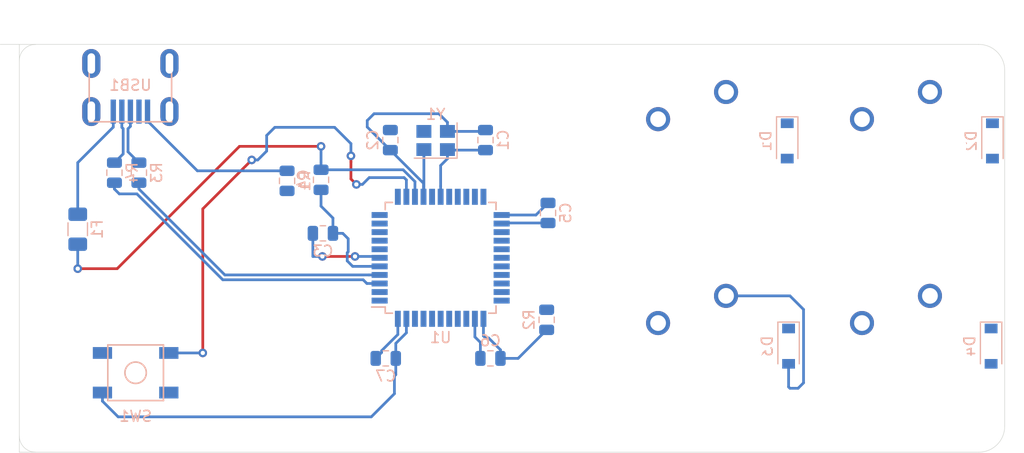
<source format=kicad_pcb>
(kicad_pcb (version 20171130) (host pcbnew "(5.1.4)-1")

  (general
    (thickness 1.6)
    (drawings 8)
    (tracks 130)
    (zones 0)
    (modules 24)
    (nets 45)
  )

  (page A4)
  (layers
    (0 F.Cu signal)
    (31 B.Cu signal)
    (32 B.Adhes user)
    (33 F.Adhes user)
    (34 B.Paste user)
    (35 F.Paste user)
    (36 B.SilkS user)
    (37 F.SilkS user)
    (38 B.Mask user)
    (39 F.Mask user)
    (40 Dwgs.User user)
    (41 Cmts.User user)
    (42 Eco1.User user)
    (43 Eco2.User user)
    (44 Edge.Cuts user)
    (45 Margin user)
    (46 B.CrtYd user)
    (47 F.CrtYd user)
    (48 B.Fab user)
    (49 F.Fab user)
  )

  (setup
    (last_trace_width 0.254)
    (trace_clearance 0.2)
    (zone_clearance 0.508)
    (zone_45_only no)
    (trace_min 0.2)
    (via_size 0.8)
    (via_drill 0.4)
    (via_min_size 0.4)
    (via_min_drill 0.3)
    (uvia_size 0.3)
    (uvia_drill 0.1)
    (uvias_allowed no)
    (uvia_min_size 0.2)
    (uvia_min_drill 0.1)
    (edge_width 0.05)
    (segment_width 0.2)
    (pcb_text_width 0.3)
    (pcb_text_size 1.5 1.5)
    (mod_edge_width 0.12)
    (mod_text_size 1 1)
    (mod_text_width 0.15)
    (pad_size 1.524 1.524)
    (pad_drill 0.762)
    (pad_to_mask_clearance 0.051)
    (solder_mask_min_width 0.25)
    (aux_axis_origin 0 0)
    (visible_elements FFFFFF7F)
    (pcbplotparams
      (layerselection 0x010fc_ffffffff)
      (usegerberextensions false)
      (usegerberattributes false)
      (usegerberadvancedattributes false)
      (creategerberjobfile false)
      (excludeedgelayer true)
      (linewidth 0.100000)
      (plotframeref false)
      (viasonmask false)
      (mode 1)
      (useauxorigin false)
      (hpglpennumber 1)
      (hpglpenspeed 20)
      (hpglpendiameter 15.000000)
      (psnegative false)
      (psa4output false)
      (plotreference true)
      (plotvalue true)
      (plotinvisibletext false)
      (padsonsilk false)
      (subtractmaskfromsilk false)
      (outputformat 1)
      (mirror false)
      (drillshape 1)
      (scaleselection 1)
      (outputdirectory ""))
  )

  (net 0 "")
  (net 1 GND)
  (net 2 "Net-(C1-Pad1)")
  (net 3 "Net-(C2-Pad1)")
  (net 4 "Net-(C3-Pad1)")
  (net 5 +5V)
  (net 6 "Net-(D1-Pad2)")
  (net 7 ROW0)
  (net 8 "Net-(D2-Pad2)")
  (net 9 "Net-(D3-Pad2)")
  (net 10 ROW1)
  (net 11 "Net-(D4-Pad2)")
  (net 12 VCC)
  (net 13 COL0)
  (net 14 COL1)
  (net 15 "Net-(R1-Pad1)")
  (net 16 "Net-(R2-Pad1)")
  (net 17 D+)
  (net 18 "Net-(R3-Pad1)")
  (net 19 D-)
  (net 20 "Net-(R4-Pad1)")
  (net 21 "Net-(U1-Pad42)")
  (net 22 "Net-(U1-Pad41)")
  (net 23 "Net-(U1-Pad40)")
  (net 24 "Net-(U1-Pad39)")
  (net 25 "Net-(U1-Pad38)")
  (net 26 "Net-(U1-Pad37)")
  (net 27 "Net-(U1-Pad36)")
  (net 28 "Net-(U1-Pad32)")
  (net 29 "Net-(U1-Pad31)")
  (net 30 "Net-(U1-Pad26)")
  (net 31 "Net-(U1-Pad25)")
  (net 32 "Net-(U1-Pad22)")
  (net 33 "Net-(U1-Pad21)")
  (net 34 "Net-(U1-Pad20)")
  (net 35 "Net-(U1-Pad19)")
  (net 36 "Net-(U1-Pad18)")
  (net 37 "Net-(U1-Pad12)")
  (net 38 "Net-(U1-Pad11)")
  (net 39 "Net-(U1-Pad10)")
  (net 40 "Net-(U1-Pad9)")
  (net 41 "Net-(U1-Pad8)")
  (net 42 "Net-(U1-Pad1)")
  (net 43 "Net-(USB1-Pad6)")
  (net 44 "Net-(USB1-Pad2)")

  (net_class Default "This is the default net class."
    (clearance 0.2)
    (trace_width 0.254)
    (via_dia 0.8)
    (via_drill 0.4)
    (uvia_dia 0.3)
    (uvia_drill 0.1)
    (add_net +5V)
    (add_net COL0)
    (add_net COL1)
    (add_net D+)
    (add_net D-)
    (add_net GND)
    (add_net "Net-(C1-Pad1)")
    (add_net "Net-(C2-Pad1)")
    (add_net "Net-(C3-Pad1)")
    (add_net "Net-(D1-Pad2)")
    (add_net "Net-(D2-Pad2)")
    (add_net "Net-(D3-Pad2)")
    (add_net "Net-(D4-Pad2)")
    (add_net "Net-(R1-Pad1)")
    (add_net "Net-(R2-Pad1)")
    (add_net "Net-(R3-Pad1)")
    (add_net "Net-(R4-Pad1)")
    (add_net "Net-(U1-Pad1)")
    (add_net "Net-(U1-Pad10)")
    (add_net "Net-(U1-Pad11)")
    (add_net "Net-(U1-Pad12)")
    (add_net "Net-(U1-Pad18)")
    (add_net "Net-(U1-Pad19)")
    (add_net "Net-(U1-Pad20)")
    (add_net "Net-(U1-Pad21)")
    (add_net "Net-(U1-Pad22)")
    (add_net "Net-(U1-Pad25)")
    (add_net "Net-(U1-Pad26)")
    (add_net "Net-(U1-Pad31)")
    (add_net "Net-(U1-Pad32)")
    (add_net "Net-(U1-Pad36)")
    (add_net "Net-(U1-Pad37)")
    (add_net "Net-(U1-Pad38)")
    (add_net "Net-(U1-Pad39)")
    (add_net "Net-(U1-Pad40)")
    (add_net "Net-(U1-Pad41)")
    (add_net "Net-(U1-Pad42)")
    (add_net "Net-(U1-Pad8)")
    (add_net "Net-(U1-Pad9)")
    (add_net "Net-(USB1-Pad2)")
    (add_net "Net-(USB1-Pad6)")
    (add_net ROW0)
    (add_net ROW1)
    (add_net VCC)
  )

  (net_class Power ""
    (clearance 0.2)
    (trace_width 0.381)
    (via_dia 0.8)
    (via_drill 0.4)
    (uvia_dia 0.3)
    (uvia_drill 0.1)
  )

  (module Crystal:Crystal_SMD_3225-4Pin_3.2x2.5mm (layer B.Cu) (tedit 5A0FD1B2) (tstamp 5FC8F98B)
    (at 102.532 77.05 180)
    (descr "SMD Crystal SERIES SMD3225/4 http://www.txccrystal.com/images/pdf/7m-accuracy.pdf, 3.2x2.5mm^2 package")
    (tags "SMD SMT crystal")
    (path /5FC90A00)
    (attr smd)
    (fp_text reference Y1 (at 0 2.45) (layer B.SilkS)
      (effects (font (size 1 1) (thickness 0.15)) (justify mirror))
    )
    (fp_text value Crystal_GND24_Small (at 0 -2.45) (layer B.Fab)
      (effects (font (size 1 1) (thickness 0.15)) (justify mirror))
    )
    (fp_line (start 2.1 1.7) (end -2.1 1.7) (layer B.CrtYd) (width 0.05))
    (fp_line (start 2.1 -1.7) (end 2.1 1.7) (layer B.CrtYd) (width 0.05))
    (fp_line (start -2.1 -1.7) (end 2.1 -1.7) (layer B.CrtYd) (width 0.05))
    (fp_line (start -2.1 1.7) (end -2.1 -1.7) (layer B.CrtYd) (width 0.05))
    (fp_line (start -2 -1.65) (end 2 -1.65) (layer B.SilkS) (width 0.12))
    (fp_line (start -2 1.65) (end -2 -1.65) (layer B.SilkS) (width 0.12))
    (fp_line (start -1.6 -0.25) (end -0.6 -1.25) (layer B.Fab) (width 0.1))
    (fp_line (start 1.6 1.25) (end -1.6 1.25) (layer B.Fab) (width 0.1))
    (fp_line (start 1.6 -1.25) (end 1.6 1.25) (layer B.Fab) (width 0.1))
    (fp_line (start -1.6 -1.25) (end 1.6 -1.25) (layer B.Fab) (width 0.1))
    (fp_line (start -1.6 1.25) (end -1.6 -1.25) (layer B.Fab) (width 0.1))
    (fp_text user %R (at 0 0) (layer B.Fab)
      (effects (font (size 0.7 0.7) (thickness 0.105)) (justify mirror))
    )
    (pad 4 smd rect (at -1.1 0.85 180) (size 1.4 1.2) (layers B.Cu B.Paste B.Mask)
      (net 1 GND))
    (pad 3 smd rect (at 1.1 0.85 180) (size 1.4 1.2) (layers B.Cu B.Paste B.Mask)
      (net 3 "Net-(C2-Pad1)"))
    (pad 2 smd rect (at 1.1 -0.85 180) (size 1.4 1.2) (layers B.Cu B.Paste B.Mask)
      (net 1 GND))
    (pad 1 smd rect (at -1.1 -0.85 180) (size 1.4 1.2) (layers B.Cu B.Paste B.Mask)
      (net 2 "Net-(C1-Pad1)"))
    (model ${KISYS3DMOD}/Crystal.3dshapes/Crystal_SMD_3225-4Pin_3.2x2.5mm.wrl
      (at (xyz 0 0 0))
      (scale (xyz 1 1 1))
      (rotate (xyz 0 0 0))
    )
  )

  (module random-keyboard-parts:Molex-0548190589 (layer B.Cu) (tedit 5C494815) (tstamp 5FC87988)
    (at 74.008 69.85 270)
    (path /5FCA7D16)
    (attr smd)
    (fp_text reference USB1 (at 2.032 0 180) (layer B.SilkS)
      (effects (font (size 1 1) (thickness 0.15)) (justify mirror))
    )
    (fp_text value Molex-0548190589 (at -5.08 0 180) (layer Dwgs.User)
      (effects (font (size 1 1) (thickness 0.15)))
    )
    (fp_text user %R (at 2 0 180) (layer B.CrtYd)
      (effects (font (size 1 1) (thickness 0.15)) (justify mirror))
    )
    (fp_line (start 3.25 1.25) (end 5.5 1.25) (layer B.CrtYd) (width 0.15))
    (fp_line (start 5.5 0.5) (end 3.25 0.5) (layer B.CrtYd) (width 0.15))
    (fp_line (start 3.25 -0.5) (end 5.5 -0.5) (layer B.CrtYd) (width 0.15))
    (fp_line (start 5.5 -1.25) (end 3.25 -1.25) (layer B.CrtYd) (width 0.15))
    (fp_line (start 3.25 -2) (end 5.5 -2) (layer B.CrtYd) (width 0.15))
    (fp_line (start 3.25 2) (end 3.25 -2) (layer B.CrtYd) (width 0.15))
    (fp_line (start 5.5 2) (end 3.25 2) (layer B.CrtYd) (width 0.15))
    (fp_line (start -3.75 -3.75) (end -3.75 3.75) (layer B.CrtYd) (width 0.15))
    (fp_line (start 5.5 -3.75) (end -3.75 -3.75) (layer B.CrtYd) (width 0.15))
    (fp_line (start 5.5 3.75) (end 5.5 -3.75) (layer B.CrtYd) (width 0.15))
    (fp_line (start -3.75 3.75) (end 5.5 3.75) (layer B.CrtYd) (width 0.15))
    (fp_line (start 0 3.85) (end 5.45 3.85) (layer B.SilkS) (width 0.15))
    (fp_line (start 0 -3.85) (end 5.45 -3.85) (layer B.SilkS) (width 0.15))
    (fp_line (start 5.45 3.85) (end 5.45 -3.85) (layer B.SilkS) (width 0.15))
    (fp_line (start -3.75 3.85) (end 0 3.85) (layer Dwgs.User) (width 0.15))
    (fp_line (start -3.75 -3.85) (end 0 -3.85) (layer Dwgs.User) (width 0.15))
    (fp_line (start -1.75 4.572) (end -1.75 -4.572) (layer Dwgs.User) (width 0.15))
    (fp_line (start -3.75 3.85) (end -3.75 -3.85) (layer Dwgs.User) (width 0.15))
    (pad 6 thru_hole oval (at 0 3.65 270) (size 2.7 1.7) (drill oval 1.9 0.7) (layers *.Cu *.Mask)
      (net 43 "Net-(USB1-Pad6)"))
    (pad 6 thru_hole oval (at 0 -3.65 270) (size 2.7 1.7) (drill oval 1.9 0.7) (layers *.Cu *.Mask)
      (net 43 "Net-(USB1-Pad6)"))
    (pad 6 thru_hole oval (at 4.5 -3.65 270) (size 2.7 1.7) (drill oval 1.9 0.7) (layers *.Cu *.Mask)
      (net 43 "Net-(USB1-Pad6)"))
    (pad 6 thru_hole oval (at 4.5 3.65 270) (size 2.7 1.7) (drill oval 1.9 0.7) (layers *.Cu *.Mask)
      (net 43 "Net-(USB1-Pad6)"))
    (pad 5 smd rect (at 4.5 1.6 270) (size 2.25 0.5) (layers B.Cu B.Paste B.Mask)
      (net 12 VCC))
    (pad 4 smd rect (at 4.5 0.8 270) (size 2.25 0.5) (layers B.Cu B.Paste B.Mask)
      (net 19 D-))
    (pad 3 smd rect (at 4.5 0 270) (size 2.25 0.5) (layers B.Cu B.Paste B.Mask)
      (net 17 D+))
    (pad 2 smd rect (at 4.5 -0.8 270) (size 2.25 0.5) (layers B.Cu B.Paste B.Mask)
      (net 44 "Net-(USB1-Pad2)"))
    (pad 1 smd rect (at 4.5 -1.6 270) (size 2.25 0.5) (layers B.Cu B.Paste B.Mask)
      (net 1 GND))
  )

  (module Package_QFP:TQFP-44_10x10mm_P0.8mm (layer B.Cu) (tedit 5A02F146) (tstamp 5FC8F8F4)
    (at 102.997 88.011)
    (descr "44-Lead Plastic Thin Quad Flatpack (PT) - 10x10x1.0 mm Body [TQFP] (see Microchip Packaging Specification 00000049BS.pdf)")
    (tags "QFP 0.8")
    (path /5FC7CFEE)
    (attr smd)
    (fp_text reference U1 (at 0 7.45) (layer B.SilkS)
      (effects (font (size 1 1) (thickness 0.15)) (justify mirror))
    )
    (fp_text value ATmega32U4-AU (at 0 -7.45) (layer B.Fab)
      (effects (font (size 1 1) (thickness 0.15)) (justify mirror))
    )
    (fp_line (start -5.175 4.6) (end -6.45 4.6) (layer B.SilkS) (width 0.15))
    (fp_line (start 5.175 5.175) (end 4.5 5.175) (layer B.SilkS) (width 0.15))
    (fp_line (start 5.175 -5.175) (end 4.5 -5.175) (layer B.SilkS) (width 0.15))
    (fp_line (start -5.175 -5.175) (end -4.5 -5.175) (layer B.SilkS) (width 0.15))
    (fp_line (start -5.175 5.175) (end -4.5 5.175) (layer B.SilkS) (width 0.15))
    (fp_line (start -5.175 -5.175) (end -5.175 -4.5) (layer B.SilkS) (width 0.15))
    (fp_line (start 5.175 -5.175) (end 5.175 -4.5) (layer B.SilkS) (width 0.15))
    (fp_line (start 5.175 5.175) (end 5.175 4.5) (layer B.SilkS) (width 0.15))
    (fp_line (start -5.175 5.175) (end -5.175 4.6) (layer B.SilkS) (width 0.15))
    (fp_line (start -6.7 -6.7) (end 6.7 -6.7) (layer B.CrtYd) (width 0.05))
    (fp_line (start -6.7 6.7) (end 6.7 6.7) (layer B.CrtYd) (width 0.05))
    (fp_line (start 6.7 6.7) (end 6.7 -6.7) (layer B.CrtYd) (width 0.05))
    (fp_line (start -6.7 6.7) (end -6.7 -6.7) (layer B.CrtYd) (width 0.05))
    (fp_line (start -5 4) (end -4 5) (layer B.Fab) (width 0.15))
    (fp_line (start -5 -5) (end -5 4) (layer B.Fab) (width 0.15))
    (fp_line (start 5 -5) (end -5 -5) (layer B.Fab) (width 0.15))
    (fp_line (start 5 5) (end 5 -5) (layer B.Fab) (width 0.15))
    (fp_line (start -4 5) (end 5 5) (layer B.Fab) (width 0.15))
    (fp_text user %R (at 0 0) (layer B.Fab)
      (effects (font (size 1 1) (thickness 0.15)) (justify mirror))
    )
    (pad 44 smd rect (at -4 5.7 270) (size 1.5 0.55) (layers B.Cu B.Paste B.Mask)
      (net 5 +5V))
    (pad 43 smd rect (at -3.2 5.7 270) (size 1.5 0.55) (layers B.Cu B.Paste B.Mask)
      (net 1 GND))
    (pad 42 smd rect (at -2.4 5.7 270) (size 1.5 0.55) (layers B.Cu B.Paste B.Mask)
      (net 21 "Net-(U1-Pad42)"))
    (pad 41 smd rect (at -1.6 5.7 270) (size 1.5 0.55) (layers B.Cu B.Paste B.Mask)
      (net 22 "Net-(U1-Pad41)"))
    (pad 40 smd rect (at -0.8 5.7 270) (size 1.5 0.55) (layers B.Cu B.Paste B.Mask)
      (net 23 "Net-(U1-Pad40)"))
    (pad 39 smd rect (at 0 5.7 270) (size 1.5 0.55) (layers B.Cu B.Paste B.Mask)
      (net 24 "Net-(U1-Pad39)"))
    (pad 38 smd rect (at 0.8 5.7 270) (size 1.5 0.55) (layers B.Cu B.Paste B.Mask)
      (net 25 "Net-(U1-Pad38)"))
    (pad 37 smd rect (at 1.6 5.7 270) (size 1.5 0.55) (layers B.Cu B.Paste B.Mask)
      (net 26 "Net-(U1-Pad37)"))
    (pad 36 smd rect (at 2.4 5.7 270) (size 1.5 0.55) (layers B.Cu B.Paste B.Mask)
      (net 27 "Net-(U1-Pad36)"))
    (pad 35 smd rect (at 3.2 5.7 270) (size 1.5 0.55) (layers B.Cu B.Paste B.Mask)
      (net 1 GND))
    (pad 34 smd rect (at 4 5.7 270) (size 1.5 0.55) (layers B.Cu B.Paste B.Mask)
      (net 5 +5V))
    (pad 33 smd rect (at 5.7 4) (size 1.5 0.55) (layers B.Cu B.Paste B.Mask)
      (net 15 "Net-(R1-Pad1)"))
    (pad 32 smd rect (at 5.7 3.2) (size 1.5 0.55) (layers B.Cu B.Paste B.Mask)
      (net 28 "Net-(U1-Pad32)"))
    (pad 31 smd rect (at 5.7 2.4) (size 1.5 0.55) (layers B.Cu B.Paste B.Mask)
      (net 29 "Net-(U1-Pad31)"))
    (pad 30 smd rect (at 5.7 1.6) (size 1.5 0.55) (layers B.Cu B.Paste B.Mask)
      (net 10 ROW1))
    (pad 29 smd rect (at 5.7 0.8) (size 1.5 0.55) (layers B.Cu B.Paste B.Mask)
      (net 13 COL0))
    (pad 28 smd rect (at 5.7 0) (size 1.5 0.55) (layers B.Cu B.Paste B.Mask)
      (net 14 COL1))
    (pad 27 smd rect (at 5.7 -0.8) (size 1.5 0.55) (layers B.Cu B.Paste B.Mask)
      (net 7 ROW0))
    (pad 26 smd rect (at 5.7 -1.6) (size 1.5 0.55) (layers B.Cu B.Paste B.Mask)
      (net 30 "Net-(U1-Pad26)"))
    (pad 25 smd rect (at 5.7 -2.4) (size 1.5 0.55) (layers B.Cu B.Paste B.Mask)
      (net 31 "Net-(U1-Pad25)"))
    (pad 24 smd rect (at 5.7 -3.2) (size 1.5 0.55) (layers B.Cu B.Paste B.Mask)
      (net 5 +5V))
    (pad 23 smd rect (at 5.7 -4) (size 1.5 0.55) (layers B.Cu B.Paste B.Mask)
      (net 1 GND))
    (pad 22 smd rect (at 4 -5.7 270) (size 1.5 0.55) (layers B.Cu B.Paste B.Mask)
      (net 32 "Net-(U1-Pad22)"))
    (pad 21 smd rect (at 3.2 -5.7 270) (size 1.5 0.55) (layers B.Cu B.Paste B.Mask)
      (net 33 "Net-(U1-Pad21)"))
    (pad 20 smd rect (at 2.4 -5.7 270) (size 1.5 0.55) (layers B.Cu B.Paste B.Mask)
      (net 34 "Net-(U1-Pad20)"))
    (pad 19 smd rect (at 1.6 -5.7 270) (size 1.5 0.55) (layers B.Cu B.Paste B.Mask)
      (net 35 "Net-(U1-Pad19)"))
    (pad 18 smd rect (at 0.8 -5.7 270) (size 1.5 0.55) (layers B.Cu B.Paste B.Mask)
      (net 36 "Net-(U1-Pad18)"))
    (pad 17 smd rect (at 0 -5.7 270) (size 1.5 0.55) (layers B.Cu B.Paste B.Mask)
      (net 2 "Net-(C1-Pad1)"))
    (pad 16 smd rect (at -0.8 -5.7 270) (size 1.5 0.55) (layers B.Cu B.Paste B.Mask)
      (net 3 "Net-(C2-Pad1)"))
    (pad 15 smd rect (at -1.6 -5.7 270) (size 1.5 0.55) (layers B.Cu B.Paste B.Mask)
      (net 1 GND))
    (pad 14 smd rect (at -2.4 -5.7 270) (size 1.5 0.55) (layers B.Cu B.Paste B.Mask)
      (net 5 +5V))
    (pad 13 smd rect (at -3.2 -5.7 270) (size 1.5 0.55) (layers B.Cu B.Paste B.Mask)
      (net 16 "Net-(R2-Pad1)"))
    (pad 12 smd rect (at -4 -5.7 270) (size 1.5 0.55) (layers B.Cu B.Paste B.Mask)
      (net 37 "Net-(U1-Pad12)"))
    (pad 11 smd rect (at -5.7 -4) (size 1.5 0.55) (layers B.Cu B.Paste B.Mask)
      (net 38 "Net-(U1-Pad11)"))
    (pad 10 smd rect (at -5.7 -3.2) (size 1.5 0.55) (layers B.Cu B.Paste B.Mask)
      (net 39 "Net-(U1-Pad10)"))
    (pad 9 smd rect (at -5.7 -2.4) (size 1.5 0.55) (layers B.Cu B.Paste B.Mask)
      (net 40 "Net-(U1-Pad9)"))
    (pad 8 smd rect (at -5.7 -1.6) (size 1.5 0.55) (layers B.Cu B.Paste B.Mask)
      (net 41 "Net-(U1-Pad8)"))
    (pad 7 smd rect (at -5.7 -0.8) (size 1.5 0.55) (layers B.Cu B.Paste B.Mask)
      (net 5 +5V))
    (pad 6 smd rect (at -5.7 0) (size 1.5 0.55) (layers B.Cu B.Paste B.Mask)
      (net 4 "Net-(C3-Pad1)"))
    (pad 5 smd rect (at -5.7 0.8) (size 1.5 0.55) (layers B.Cu B.Paste B.Mask)
      (net 1 GND))
    (pad 4 smd rect (at -5.7 1.6) (size 1.5 0.55) (layers B.Cu B.Paste B.Mask)
      (net 18 "Net-(R3-Pad1)"))
    (pad 3 smd rect (at -5.7 2.4) (size 1.5 0.55) (layers B.Cu B.Paste B.Mask)
      (net 20 "Net-(R4-Pad1)"))
    (pad 2 smd rect (at -5.7 3.2) (size 1.5 0.55) (layers B.Cu B.Paste B.Mask)
      (net 5 +5V))
    (pad 1 smd rect (at -5.7 4) (size 1.5 0.55) (layers B.Cu B.Paste B.Mask)
      (net 42 "Net-(U1-Pad1)"))
    (model ${KISYS3DMOD}/Package_QFP.3dshapes/TQFP-44_10x10mm_P0.8mm.wrl
      (at (xyz 0 0 0))
      (scale (xyz 1 1 1))
      (rotate (xyz 0 0 0))
    )
  )

  (module random-keyboard-parts:SKQG-1155865 (layer B.Cu) (tedit 5E62B398) (tstamp 5FC87925)
    (at 74.497 98.751 180)
    (path /5FC9DA10)
    (attr smd)
    (fp_text reference SW1 (at 0 -4.064) (layer B.SilkS)
      (effects (font (size 1 1) (thickness 0.15)) (justify mirror))
    )
    (fp_text value SW_Push (at 0 4.064) (layer B.Fab)
      (effects (font (size 1 1) (thickness 0.15)) (justify mirror))
    )
    (fp_line (start -2.6 2.6) (end 2.6 2.6) (layer B.SilkS) (width 0.15))
    (fp_line (start 2.6 2.6) (end 2.6 -2.6) (layer B.SilkS) (width 0.15))
    (fp_line (start 2.6 -2.6) (end -2.6 -2.6) (layer B.SilkS) (width 0.15))
    (fp_line (start -2.6 -2.6) (end -2.6 2.6) (layer B.SilkS) (width 0.15))
    (fp_circle (center 0 0) (end 1 0) (layer B.SilkS) (width 0.15))
    (fp_line (start -4.2 2.6) (end 4.2 2.6) (layer B.Fab) (width 0.15))
    (fp_line (start 4.2 2.6) (end 4.2 1.2) (layer B.Fab) (width 0.15))
    (fp_line (start 4.2 1.1) (end 2.6 1.1) (layer B.Fab) (width 0.15))
    (fp_line (start 2.6 1.1) (end 2.6 -1.1) (layer B.Fab) (width 0.15))
    (fp_line (start 2.6 -1.1) (end 4.2 -1.1) (layer B.Fab) (width 0.15))
    (fp_line (start 4.2 -1.1) (end 4.2 -2.6) (layer B.Fab) (width 0.15))
    (fp_line (start 4.2 -2.6) (end -4.2 -2.6) (layer B.Fab) (width 0.15))
    (fp_line (start -4.2 -2.6) (end -4.2 -1.1) (layer B.Fab) (width 0.15))
    (fp_line (start -4.2 -1.1) (end -2.6 -1.1) (layer B.Fab) (width 0.15))
    (fp_line (start -2.6 -1.1) (end -2.6 1.1) (layer B.Fab) (width 0.15))
    (fp_line (start -2.6 1.1) (end -4.2 1.1) (layer B.Fab) (width 0.15))
    (fp_line (start -4.2 1.1) (end -4.2 2.6) (layer B.Fab) (width 0.15))
    (fp_circle (center 0 0) (end 1 0) (layer B.Fab) (width 0.15))
    (fp_line (start -2.6 1.1) (end -1.1 2.6) (layer B.Fab) (width 0.15))
    (fp_line (start 2.6 1.1) (end 1.1 2.6) (layer B.Fab) (width 0.15))
    (fp_line (start 2.6 -1.1) (end 1.1 -2.6) (layer B.Fab) (width 0.15))
    (fp_line (start -2.6 -1.1) (end -1.1 -2.6) (layer B.Fab) (width 0.15))
    (pad 4 smd rect (at -3.1 -1.85 180) (size 1.8 1.1) (layers B.Cu B.Paste B.Mask))
    (pad 3 smd rect (at 3.1 1.85 180) (size 1.8 1.1) (layers B.Cu B.Paste B.Mask))
    (pad 2 smd rect (at -3.1 1.85 180) (size 1.8 1.1) (layers B.Cu B.Paste B.Mask)
      (net 16 "Net-(R2-Pad1)"))
    (pad 1 smd rect (at 3.1 -1.85 180) (size 1.8 1.1) (layers B.Cu B.Paste B.Mask)
      (net 1 GND))
    (model ${KISYS3DMOD}/Button_Switch_SMD.3dshapes/SW_SPST_TL3342.step
      (at (xyz 0 0 0))
      (scale (xyz 1 1 1))
      (rotate (xyz 0 0 0))
    )
  )

  (module Resistor_SMD:R_0805_2012Metric (layer B.Cu) (tedit 5B36C52B) (tstamp 5FC87907)
    (at 72.517 80.0585 90)
    (descr "Resistor SMD 0805 (2012 Metric), square (rectangular) end terminal, IPC_7351 nominal, (Body size source: https://docs.google.com/spreadsheets/d/1BsfQQcO9C6DZCsRaXUlFlo91Tg2WpOkGARC1WS5S8t0/edit?usp=sharing), generated with kicad-footprint-generator")
    (tags resistor)
    (path /5FC85D02)
    (attr smd)
    (fp_text reference R4 (at 0 1.65 90) (layer B.SilkS)
      (effects (font (size 1 1) (thickness 0.15)) (justify mirror))
    )
    (fp_text value 22 (at 0 -1.65 90) (layer B.Fab)
      (effects (font (size 1 1) (thickness 0.15)) (justify mirror))
    )
    (fp_text user %R (at 0 0 90) (layer B.Fab)
      (effects (font (size 0.5 0.5) (thickness 0.08)) (justify mirror))
    )
    (fp_line (start 1.68 -0.95) (end -1.68 -0.95) (layer B.CrtYd) (width 0.05))
    (fp_line (start 1.68 0.95) (end 1.68 -0.95) (layer B.CrtYd) (width 0.05))
    (fp_line (start -1.68 0.95) (end 1.68 0.95) (layer B.CrtYd) (width 0.05))
    (fp_line (start -1.68 -0.95) (end -1.68 0.95) (layer B.CrtYd) (width 0.05))
    (fp_line (start -0.258578 -0.71) (end 0.258578 -0.71) (layer B.SilkS) (width 0.12))
    (fp_line (start -0.258578 0.71) (end 0.258578 0.71) (layer B.SilkS) (width 0.12))
    (fp_line (start 1 -0.6) (end -1 -0.6) (layer B.Fab) (width 0.1))
    (fp_line (start 1 0.6) (end 1 -0.6) (layer B.Fab) (width 0.1))
    (fp_line (start -1 0.6) (end 1 0.6) (layer B.Fab) (width 0.1))
    (fp_line (start -1 -0.6) (end -1 0.6) (layer B.Fab) (width 0.1))
    (pad 2 smd roundrect (at 0.9375 0 90) (size 0.975 1.4) (layers B.Cu B.Paste B.Mask) (roundrect_rratio 0.25)
      (net 19 D-))
    (pad 1 smd roundrect (at -0.9375 0 90) (size 0.975 1.4) (layers B.Cu B.Paste B.Mask) (roundrect_rratio 0.25)
      (net 20 "Net-(R4-Pad1)"))
    (model ${KISYS3DMOD}/Resistor_SMD.3dshapes/R_0805_2012Metric.wrl
      (at (xyz 0 0 0))
      (scale (xyz 1 1 1))
      (rotate (xyz 0 0 0))
    )
  )

  (module Resistor_SMD:R_0805_2012Metric (layer B.Cu) (tedit 5B36C52B) (tstamp 5FC878F6)
    (at 74.803 80.0585 90)
    (descr "Resistor SMD 0805 (2012 Metric), square (rectangular) end terminal, IPC_7351 nominal, (Body size source: https://docs.google.com/spreadsheets/d/1BsfQQcO9C6DZCsRaXUlFlo91Tg2WpOkGARC1WS5S8t0/edit?usp=sharing), generated with kicad-footprint-generator")
    (tags resistor)
    (path /5FC852FF)
    (attr smd)
    (fp_text reference R3 (at 0 1.65 90) (layer B.SilkS)
      (effects (font (size 1 1) (thickness 0.15)) (justify mirror))
    )
    (fp_text value 22 (at 0 -1.65 90) (layer B.Fab)
      (effects (font (size 1 1) (thickness 0.15)) (justify mirror))
    )
    (fp_text user %R (at 0 0 90) (layer B.Fab)
      (effects (font (size 0.5 0.5) (thickness 0.08)) (justify mirror))
    )
    (fp_line (start 1.68 -0.95) (end -1.68 -0.95) (layer B.CrtYd) (width 0.05))
    (fp_line (start 1.68 0.95) (end 1.68 -0.95) (layer B.CrtYd) (width 0.05))
    (fp_line (start -1.68 0.95) (end 1.68 0.95) (layer B.CrtYd) (width 0.05))
    (fp_line (start -1.68 -0.95) (end -1.68 0.95) (layer B.CrtYd) (width 0.05))
    (fp_line (start -0.258578 -0.71) (end 0.258578 -0.71) (layer B.SilkS) (width 0.12))
    (fp_line (start -0.258578 0.71) (end 0.258578 0.71) (layer B.SilkS) (width 0.12))
    (fp_line (start 1 -0.6) (end -1 -0.6) (layer B.Fab) (width 0.1))
    (fp_line (start 1 0.6) (end 1 -0.6) (layer B.Fab) (width 0.1))
    (fp_line (start -1 0.6) (end 1 0.6) (layer B.Fab) (width 0.1))
    (fp_line (start -1 -0.6) (end -1 0.6) (layer B.Fab) (width 0.1))
    (pad 2 smd roundrect (at 0.9375 0 90) (size 0.975 1.4) (layers B.Cu B.Paste B.Mask) (roundrect_rratio 0.25)
      (net 17 D+))
    (pad 1 smd roundrect (at -0.9375 0 90) (size 0.975 1.4) (layers B.Cu B.Paste B.Mask) (roundrect_rratio 0.25)
      (net 18 "Net-(R3-Pad1)"))
    (model ${KISYS3DMOD}/Resistor_SMD.3dshapes/R_0805_2012Metric.wrl
      (at (xyz 0 0 0))
      (scale (xyz 1 1 1))
      (rotate (xyz 0 0 0))
    )
  )

  (module Resistor_SMD:R_0805_2012Metric (layer B.Cu) (tedit 5B36C52B) (tstamp 5FC878E5)
    (at 112.903 93.8045 270)
    (descr "Resistor SMD 0805 (2012 Metric), square (rectangular) end terminal, IPC_7351 nominal, (Body size source: https://docs.google.com/spreadsheets/d/1BsfQQcO9C6DZCsRaXUlFlo91Tg2WpOkGARC1WS5S8t0/edit?usp=sharing), generated with kicad-footprint-generator")
    (tags resistor)
    (path /5FCA4638)
    (attr smd)
    (fp_text reference R2 (at 0 1.65 270) (layer B.SilkS)
      (effects (font (size 1 1) (thickness 0.15)) (justify mirror))
    )
    (fp_text value 10k (at 0 -1.65 270) (layer B.Fab)
      (effects (font (size 1 1) (thickness 0.15)) (justify mirror))
    )
    (fp_text user %R (at 0 0 270) (layer B.Fab)
      (effects (font (size 0.5 0.5) (thickness 0.08)) (justify mirror))
    )
    (fp_line (start 1.68 -0.95) (end -1.68 -0.95) (layer B.CrtYd) (width 0.05))
    (fp_line (start 1.68 0.95) (end 1.68 -0.95) (layer B.CrtYd) (width 0.05))
    (fp_line (start -1.68 0.95) (end 1.68 0.95) (layer B.CrtYd) (width 0.05))
    (fp_line (start -1.68 -0.95) (end -1.68 0.95) (layer B.CrtYd) (width 0.05))
    (fp_line (start -0.258578 -0.71) (end 0.258578 -0.71) (layer B.SilkS) (width 0.12))
    (fp_line (start -0.258578 0.71) (end 0.258578 0.71) (layer B.SilkS) (width 0.12))
    (fp_line (start 1 -0.6) (end -1 -0.6) (layer B.Fab) (width 0.1))
    (fp_line (start 1 0.6) (end 1 -0.6) (layer B.Fab) (width 0.1))
    (fp_line (start -1 0.6) (end 1 0.6) (layer B.Fab) (width 0.1))
    (fp_line (start -1 -0.6) (end -1 0.6) (layer B.Fab) (width 0.1))
    (pad 2 smd roundrect (at 0.9375 0 270) (size 0.975 1.4) (layers B.Cu B.Paste B.Mask) (roundrect_rratio 0.25)
      (net 5 +5V))
    (pad 1 smd roundrect (at -0.9375 0 270) (size 0.975 1.4) (layers B.Cu B.Paste B.Mask) (roundrect_rratio 0.25)
      (net 16 "Net-(R2-Pad1)"))
    (model ${KISYS3DMOD}/Resistor_SMD.3dshapes/R_0805_2012Metric.wrl
      (at (xyz 0 0 0))
      (scale (xyz 1 1 1))
      (rotate (xyz 0 0 0))
    )
  )

  (module Resistor_SMD:R_0805_2012Metric (layer B.Cu) (tedit 5B36C52B) (tstamp 5FC8F892)
    (at 88.646 80.8205 90)
    (descr "Resistor SMD 0805 (2012 Metric), square (rectangular) end terminal, IPC_7351 nominal, (Body size source: https://docs.google.com/spreadsheets/d/1BsfQQcO9C6DZCsRaXUlFlo91Tg2WpOkGARC1WS5S8t0/edit?usp=sharing), generated with kicad-footprint-generator")
    (tags resistor)
    (path /5FC811A6)
    (attr smd)
    (fp_text reference R1 (at 0 1.65 90) (layer B.SilkS)
      (effects (font (size 1 1) (thickness 0.15)) (justify mirror))
    )
    (fp_text value 10k (at 0 -1.65 90) (layer B.Fab)
      (effects (font (size 1 1) (thickness 0.15)) (justify mirror))
    )
    (fp_text user %R (at 0 0 90) (layer B.Fab)
      (effects (font (size 0.5 0.5) (thickness 0.08)) (justify mirror))
    )
    (fp_line (start 1.68 -0.95) (end -1.68 -0.95) (layer B.CrtYd) (width 0.05))
    (fp_line (start 1.68 0.95) (end 1.68 -0.95) (layer B.CrtYd) (width 0.05))
    (fp_line (start -1.68 0.95) (end 1.68 0.95) (layer B.CrtYd) (width 0.05))
    (fp_line (start -1.68 -0.95) (end -1.68 0.95) (layer B.CrtYd) (width 0.05))
    (fp_line (start -0.258578 -0.71) (end 0.258578 -0.71) (layer B.SilkS) (width 0.12))
    (fp_line (start -0.258578 0.71) (end 0.258578 0.71) (layer B.SilkS) (width 0.12))
    (fp_line (start 1 -0.6) (end -1 -0.6) (layer B.Fab) (width 0.1))
    (fp_line (start 1 0.6) (end 1 -0.6) (layer B.Fab) (width 0.1))
    (fp_line (start -1 0.6) (end 1 0.6) (layer B.Fab) (width 0.1))
    (fp_line (start -1 -0.6) (end -1 0.6) (layer B.Fab) (width 0.1))
    (pad 2 smd roundrect (at 0.9375 0 90) (size 0.975 1.4) (layers B.Cu B.Paste B.Mask) (roundrect_rratio 0.25)
      (net 1 GND))
    (pad 1 smd roundrect (at -0.9375 0 90) (size 0.975 1.4) (layers B.Cu B.Paste B.Mask) (roundrect_rratio 0.25)
      (net 15 "Net-(R1-Pad1)"))
    (model ${KISYS3DMOD}/Resistor_SMD.3dshapes/R_0805_2012Metric.wrl
      (at (xyz 0 0 0))
      (scale (xyz 1 1 1))
      (rotate (xyz 0 0 0))
    )
  )

  (module MX_Only:MXOnly-1U-NoLED (layer F.Cu) (tedit 5BD3C6C7) (tstamp 5FC9084B)
    (at 146.177 96.647)
    (path /5FCBA598)
    (fp_text reference MX4 (at 0 3.175) (layer Dwgs.User)
      (effects (font (size 1 1) (thickness 0.15)))
    )
    (fp_text value MX-NoLED (at 0 -7.9375) (layer Dwgs.User)
      (effects (font (size 1 1) (thickness 0.15)))
    )
    (fp_line (start 5 -7) (end 7 -7) (layer Dwgs.User) (width 0.15))
    (fp_line (start 7 -7) (end 7 -5) (layer Dwgs.User) (width 0.15))
    (fp_line (start 5 7) (end 7 7) (layer Dwgs.User) (width 0.15))
    (fp_line (start 7 7) (end 7 5) (layer Dwgs.User) (width 0.15))
    (fp_line (start -7 5) (end -7 7) (layer Dwgs.User) (width 0.15))
    (fp_line (start -7 7) (end -5 7) (layer Dwgs.User) (width 0.15))
    (fp_line (start -5 -7) (end -7 -7) (layer Dwgs.User) (width 0.15))
    (fp_line (start -7 -7) (end -7 -5) (layer Dwgs.User) (width 0.15))
    (fp_line (start -9.525 -9.525) (end 9.525 -9.525) (layer Dwgs.User) (width 0.15))
    (fp_line (start 9.525 -9.525) (end 9.525 9.525) (layer Dwgs.User) (width 0.15))
    (fp_line (start 9.525 9.525) (end -9.525 9.525) (layer Dwgs.User) (width 0.15))
    (fp_line (start -9.525 9.525) (end -9.525 -9.525) (layer Dwgs.User) (width 0.15))
    (pad 2 thru_hole circle (at 2.54 -5.08) (size 2.25 2.25) (drill 1.47) (layers *.Cu B.Mask)
      (net 11 "Net-(D4-Pad2)"))
    (pad "" np_thru_hole circle (at 0 0) (size 3.9878 3.9878) (drill 3.9878) (layers *.Cu *.Mask))
    (pad 1 thru_hole circle (at -3.81 -2.54) (size 2.25 2.25) (drill 1.47) (layers *.Cu B.Mask)
      (net 14 COL1))
    (pad "" np_thru_hole circle (at -5.08 0 48.0996) (size 1.75 1.75) (drill 1.75) (layers *.Cu *.Mask))
    (pad "" np_thru_hole circle (at 5.08 0 48.0996) (size 1.75 1.75) (drill 1.75) (layers *.Cu *.Mask))
  )

  (module MX_Only:MXOnly-1U-NoLED (layer F.Cu) (tedit 5BD3C6C7) (tstamp 5FC90743)
    (at 127.1244 96.647)
    (path /5FCB9CE1)
    (fp_text reference MX3 (at 0 3.175) (layer Dwgs.User)
      (effects (font (size 1 1) (thickness 0.15)))
    )
    (fp_text value MX-NoLED (at 0 -7.9375) (layer Dwgs.User)
      (effects (font (size 1 1) (thickness 0.15)))
    )
    (fp_line (start 5 -7) (end 7 -7) (layer Dwgs.User) (width 0.15))
    (fp_line (start 7 -7) (end 7 -5) (layer Dwgs.User) (width 0.15))
    (fp_line (start 5 7) (end 7 7) (layer Dwgs.User) (width 0.15))
    (fp_line (start 7 7) (end 7 5) (layer Dwgs.User) (width 0.15))
    (fp_line (start -7 5) (end -7 7) (layer Dwgs.User) (width 0.15))
    (fp_line (start -7 7) (end -5 7) (layer Dwgs.User) (width 0.15))
    (fp_line (start -5 -7) (end -7 -7) (layer Dwgs.User) (width 0.15))
    (fp_line (start -7 -7) (end -7 -5) (layer Dwgs.User) (width 0.15))
    (fp_line (start -9.525 -9.525) (end 9.525 -9.525) (layer Dwgs.User) (width 0.15))
    (fp_line (start 9.525 -9.525) (end 9.525 9.525) (layer Dwgs.User) (width 0.15))
    (fp_line (start 9.525 9.525) (end -9.525 9.525) (layer Dwgs.User) (width 0.15))
    (fp_line (start -9.525 9.525) (end -9.525 -9.525) (layer Dwgs.User) (width 0.15))
    (pad 2 thru_hole circle (at 2.54 -5.08) (size 2.25 2.25) (drill 1.47) (layers *.Cu B.Mask)
      (net 9 "Net-(D3-Pad2)"))
    (pad "" np_thru_hole circle (at 0 0) (size 3.9878 3.9878) (drill 3.9878) (layers *.Cu *.Mask))
    (pad 1 thru_hole circle (at -3.81 -2.54) (size 2.25 2.25) (drill 1.47) (layers *.Cu B.Mask)
      (net 13 COL0))
    (pad "" np_thru_hole circle (at -5.08 0 48.0996) (size 1.75 1.75) (drill 1.75) (layers *.Cu *.Mask))
    (pad "" np_thru_hole circle (at 5.08 0 48.0996) (size 1.75 1.75) (drill 1.75) (layers *.Cu *.Mask))
  )

  (module MX_Only:MXOnly-1U-NoLED (layer F.Cu) (tedit 5BD3C6C7) (tstamp 5FC9077F)
    (at 146.177 77.597)
    (path /5FCB9777)
    (fp_text reference MX2 (at 0 3.175) (layer Dwgs.User)
      (effects (font (size 1 1) (thickness 0.15)))
    )
    (fp_text value MX-NoLED (at 0 -7.9375) (layer Dwgs.User)
      (effects (font (size 1 1) (thickness 0.15)))
    )
    (fp_line (start 5 -7) (end 7 -7) (layer Dwgs.User) (width 0.15))
    (fp_line (start 7 -7) (end 7 -5) (layer Dwgs.User) (width 0.15))
    (fp_line (start 5 7) (end 7 7) (layer Dwgs.User) (width 0.15))
    (fp_line (start 7 7) (end 7 5) (layer Dwgs.User) (width 0.15))
    (fp_line (start -7 5) (end -7 7) (layer Dwgs.User) (width 0.15))
    (fp_line (start -7 7) (end -5 7) (layer Dwgs.User) (width 0.15))
    (fp_line (start -5 -7) (end -7 -7) (layer Dwgs.User) (width 0.15))
    (fp_line (start -7 -7) (end -7 -5) (layer Dwgs.User) (width 0.15))
    (fp_line (start -9.525 -9.525) (end 9.525 -9.525) (layer Dwgs.User) (width 0.15))
    (fp_line (start 9.525 -9.525) (end 9.525 9.525) (layer Dwgs.User) (width 0.15))
    (fp_line (start 9.525 9.525) (end -9.525 9.525) (layer Dwgs.User) (width 0.15))
    (fp_line (start -9.525 9.525) (end -9.525 -9.525) (layer Dwgs.User) (width 0.15))
    (pad 2 thru_hole circle (at 2.54 -5.08) (size 2.25 2.25) (drill 1.47) (layers *.Cu B.Mask)
      (net 8 "Net-(D2-Pad2)"))
    (pad "" np_thru_hole circle (at 0 0) (size 3.9878 3.9878) (drill 3.9878) (layers *.Cu *.Mask))
    (pad 1 thru_hole circle (at -3.81 -2.54) (size 2.25 2.25) (drill 1.47) (layers *.Cu B.Mask)
      (net 14 COL1))
    (pad "" np_thru_hole circle (at -5.08 0 48.0996) (size 1.75 1.75) (drill 1.75) (layers *.Cu *.Mask))
    (pad "" np_thru_hole circle (at 5.08 0 48.0996) (size 1.75 1.75) (drill 1.75) (layers *.Cu *.Mask))
  )

  (module MX_Only:MXOnly-1U-NoLED (layer F.Cu) (tedit 5BD3C6C7) (tstamp 5FC90677)
    (at 127.127 77.597)
    (path /5FCB6A3F)
    (fp_text reference MX1 (at 0 3.175) (layer Dwgs.User)
      (effects (font (size 1 1) (thickness 0.15)))
    )
    (fp_text value MX-NoLED (at 0 -7.9375) (layer Dwgs.User)
      (effects (font (size 1 1) (thickness 0.15)))
    )
    (fp_line (start 5 -7) (end 7 -7) (layer Dwgs.User) (width 0.15))
    (fp_line (start 7 -7) (end 7 -5) (layer Dwgs.User) (width 0.15))
    (fp_line (start 5 7) (end 7 7) (layer Dwgs.User) (width 0.15))
    (fp_line (start 7 7) (end 7 5) (layer Dwgs.User) (width 0.15))
    (fp_line (start -7 5) (end -7 7) (layer Dwgs.User) (width 0.15))
    (fp_line (start -7 7) (end -5 7) (layer Dwgs.User) (width 0.15))
    (fp_line (start -5 -7) (end -7 -7) (layer Dwgs.User) (width 0.15))
    (fp_line (start -7 -7) (end -7 -5) (layer Dwgs.User) (width 0.15))
    (fp_line (start -9.525 -9.525) (end 9.525 -9.525) (layer Dwgs.User) (width 0.15))
    (fp_line (start 9.525 -9.525) (end 9.525 9.525) (layer Dwgs.User) (width 0.15))
    (fp_line (start 9.525 9.525) (end -9.525 9.525) (layer Dwgs.User) (width 0.15))
    (fp_line (start -9.525 9.525) (end -9.525 -9.525) (layer Dwgs.User) (width 0.15))
    (pad 2 thru_hole circle (at 2.54 -5.08) (size 2.25 2.25) (drill 1.47) (layers *.Cu B.Mask)
      (net 6 "Net-(D1-Pad2)"))
    (pad "" np_thru_hole circle (at 0 0) (size 3.9878 3.9878) (drill 3.9878) (layers *.Cu *.Mask))
    (pad 1 thru_hole circle (at -3.81 -2.54) (size 2.25 2.25) (drill 1.47) (layers *.Cu B.Mask)
      (net 13 COL0))
    (pad "" np_thru_hole circle (at -5.08 0 48.0996) (size 1.75 1.75) (drill 1.75) (layers *.Cu *.Mask))
    (pad "" np_thru_hole circle (at 5.08 0 48.0996) (size 1.75 1.75) (drill 1.75) (layers *.Cu *.Mask))
  )

  (module Fuse:Fuse_1206_3216Metric (layer B.Cu) (tedit 5B301BBE) (tstamp 5FC8786F)
    (at 69.088 85.341 90)
    (descr "Fuse SMD 1206 (3216 Metric), square (rectangular) end terminal, IPC_7351 nominal, (Body size source: http://www.tortai-tech.com/upload/download/2011102023233369053.pdf), generated with kicad-footprint-generator")
    (tags resistor)
    (path /5FCB10AE)
    (attr smd)
    (fp_text reference F1 (at 0 1.82 90) (layer B.SilkS)
      (effects (font (size 1 1) (thickness 0.15)) (justify mirror))
    )
    (fp_text value 500mA (at 0 -1.82 90) (layer B.Fab)
      (effects (font (size 1 1) (thickness 0.15)) (justify mirror))
    )
    (fp_text user %R (at 0 0 90) (layer B.Fab)
      (effects (font (size 0.8 0.8) (thickness 0.12)) (justify mirror))
    )
    (fp_line (start 2.28 -1.12) (end -2.28 -1.12) (layer B.CrtYd) (width 0.05))
    (fp_line (start 2.28 1.12) (end 2.28 -1.12) (layer B.CrtYd) (width 0.05))
    (fp_line (start -2.28 1.12) (end 2.28 1.12) (layer B.CrtYd) (width 0.05))
    (fp_line (start -2.28 -1.12) (end -2.28 1.12) (layer B.CrtYd) (width 0.05))
    (fp_line (start -0.602064 -0.91) (end 0.602064 -0.91) (layer B.SilkS) (width 0.12))
    (fp_line (start -0.602064 0.91) (end 0.602064 0.91) (layer B.SilkS) (width 0.12))
    (fp_line (start 1.6 -0.8) (end -1.6 -0.8) (layer B.Fab) (width 0.1))
    (fp_line (start 1.6 0.8) (end 1.6 -0.8) (layer B.Fab) (width 0.1))
    (fp_line (start -1.6 0.8) (end 1.6 0.8) (layer B.Fab) (width 0.1))
    (fp_line (start -1.6 -0.8) (end -1.6 0.8) (layer B.Fab) (width 0.1))
    (pad 2 smd roundrect (at 1.4 0 90) (size 1.25 1.75) (layers B.Cu B.Paste B.Mask) (roundrect_rratio 0.2)
      (net 12 VCC))
    (pad 1 smd roundrect (at -1.4 0 90) (size 1.25 1.75) (layers B.Cu B.Paste B.Mask) (roundrect_rratio 0.2)
      (net 5 +5V))
    (model ${KISYS3DMOD}/Fuse.3dshapes/Fuse_1206_3216Metric.wrl
      (at (xyz 0 0 0))
      (scale (xyz 1 1 1))
      (rotate (xyz 0 0 0))
    )
  )

  (module Diode_SMD:D_SOD-123 (layer B.Cu) (tedit 58645DC7) (tstamp 5FC907BF)
    (at 154.432 96.266 270)
    (descr SOD-123)
    (tags SOD-123)
    (path /5FCBBDC9)
    (attr smd)
    (fp_text reference D4 (at 0 2 270) (layer B.SilkS)
      (effects (font (size 1 1) (thickness 0.15)) (justify mirror))
    )
    (fp_text value D_Small (at 0 -2.1 270) (layer B.Fab)
      (effects (font (size 1 1) (thickness 0.15)) (justify mirror))
    )
    (fp_line (start -2.25 1) (end 1.65 1) (layer B.SilkS) (width 0.12))
    (fp_line (start -2.25 -1) (end 1.65 -1) (layer B.SilkS) (width 0.12))
    (fp_line (start -2.35 1.15) (end -2.35 -1.15) (layer B.CrtYd) (width 0.05))
    (fp_line (start 2.35 -1.15) (end -2.35 -1.15) (layer B.CrtYd) (width 0.05))
    (fp_line (start 2.35 1.15) (end 2.35 -1.15) (layer B.CrtYd) (width 0.05))
    (fp_line (start -2.35 1.15) (end 2.35 1.15) (layer B.CrtYd) (width 0.05))
    (fp_line (start -1.4 0.9) (end 1.4 0.9) (layer B.Fab) (width 0.1))
    (fp_line (start 1.4 0.9) (end 1.4 -0.9) (layer B.Fab) (width 0.1))
    (fp_line (start 1.4 -0.9) (end -1.4 -0.9) (layer B.Fab) (width 0.1))
    (fp_line (start -1.4 -0.9) (end -1.4 0.9) (layer B.Fab) (width 0.1))
    (fp_line (start -0.75 0) (end -0.35 0) (layer B.Fab) (width 0.1))
    (fp_line (start -0.35 0) (end -0.35 0.55) (layer B.Fab) (width 0.1))
    (fp_line (start -0.35 0) (end -0.35 -0.55) (layer B.Fab) (width 0.1))
    (fp_line (start -0.35 0) (end 0.25 0.4) (layer B.Fab) (width 0.1))
    (fp_line (start 0.25 0.4) (end 0.25 -0.4) (layer B.Fab) (width 0.1))
    (fp_line (start 0.25 -0.4) (end -0.35 0) (layer B.Fab) (width 0.1))
    (fp_line (start 0.25 0) (end 0.75 0) (layer B.Fab) (width 0.1))
    (fp_line (start -2.25 1) (end -2.25 -1) (layer B.SilkS) (width 0.12))
    (fp_text user %R (at 0 2 270) (layer B.Fab)
      (effects (font (size 1 1) (thickness 0.15)) (justify mirror))
    )
    (pad 2 smd rect (at 1.65 0 270) (size 0.9 1.2) (layers B.Cu B.Paste B.Mask)
      (net 11 "Net-(D4-Pad2)"))
    (pad 1 smd rect (at -1.65 0 270) (size 0.9 1.2) (layers B.Cu B.Paste B.Mask)
      (net 10 ROW1))
    (model ${KISYS3DMOD}/Diode_SMD.3dshapes/D_SOD-123.wrl
      (at (xyz 0 0 0))
      (scale (xyz 1 1 1))
      (rotate (xyz 0 0 0))
    )
  )

  (module Diode_SMD:D_SOD-123 (layer B.Cu) (tedit 58645DC7) (tstamp 5FC90807)
    (at 135.509 96.266 270)
    (descr SOD-123)
    (tags SOD-123)
    (path /5FCBB639)
    (attr smd)
    (fp_text reference D3 (at 0 2 270) (layer B.SilkS)
      (effects (font (size 1 1) (thickness 0.15)) (justify mirror))
    )
    (fp_text value D_Small (at 0 -2.1 270) (layer B.Fab)
      (effects (font (size 1 1) (thickness 0.15)) (justify mirror))
    )
    (fp_line (start -2.25 1) (end 1.65 1) (layer B.SilkS) (width 0.12))
    (fp_line (start -2.25 -1) (end 1.65 -1) (layer B.SilkS) (width 0.12))
    (fp_line (start -2.35 1.15) (end -2.35 -1.15) (layer B.CrtYd) (width 0.05))
    (fp_line (start 2.35 -1.15) (end -2.35 -1.15) (layer B.CrtYd) (width 0.05))
    (fp_line (start 2.35 1.15) (end 2.35 -1.15) (layer B.CrtYd) (width 0.05))
    (fp_line (start -2.35 1.15) (end 2.35 1.15) (layer B.CrtYd) (width 0.05))
    (fp_line (start -1.4 0.9) (end 1.4 0.9) (layer B.Fab) (width 0.1))
    (fp_line (start 1.4 0.9) (end 1.4 -0.9) (layer B.Fab) (width 0.1))
    (fp_line (start 1.4 -0.9) (end -1.4 -0.9) (layer B.Fab) (width 0.1))
    (fp_line (start -1.4 -0.9) (end -1.4 0.9) (layer B.Fab) (width 0.1))
    (fp_line (start -0.75 0) (end -0.35 0) (layer B.Fab) (width 0.1))
    (fp_line (start -0.35 0) (end -0.35 0.55) (layer B.Fab) (width 0.1))
    (fp_line (start -0.35 0) (end -0.35 -0.55) (layer B.Fab) (width 0.1))
    (fp_line (start -0.35 0) (end 0.25 0.4) (layer B.Fab) (width 0.1))
    (fp_line (start 0.25 0.4) (end 0.25 -0.4) (layer B.Fab) (width 0.1))
    (fp_line (start 0.25 -0.4) (end -0.35 0) (layer B.Fab) (width 0.1))
    (fp_line (start 0.25 0) (end 0.75 0) (layer B.Fab) (width 0.1))
    (fp_line (start -2.25 1) (end -2.25 -1) (layer B.SilkS) (width 0.12))
    (fp_text user %R (at 0 2 270) (layer B.Fab)
      (effects (font (size 1 1) (thickness 0.15)) (justify mirror))
    )
    (pad 2 smd rect (at 1.65 0 270) (size 0.9 1.2) (layers B.Cu B.Paste B.Mask)
      (net 9 "Net-(D3-Pad2)"))
    (pad 1 smd rect (at -1.65 0 270) (size 0.9 1.2) (layers B.Cu B.Paste B.Mask)
      (net 10 ROW1))
    (model ${KISYS3DMOD}/Diode_SMD.3dshapes/D_SOD-123.wrl
      (at (xyz 0 0 0))
      (scale (xyz 1 1 1))
      (rotate (xyz 0 0 0))
    )
  )

  (module Diode_SMD:D_SOD-123 (layer B.Cu) (tedit 58645DC7) (tstamp 5FC906FF)
    (at 154.559 77.09 270)
    (descr SOD-123)
    (tags SOD-123)
    (path /5FCBAF08)
    (attr smd)
    (fp_text reference D2 (at 0 2 270) (layer B.SilkS)
      (effects (font (size 1 1) (thickness 0.15)) (justify mirror))
    )
    (fp_text value D_Small (at 0 -2.1 270) (layer B.Fab)
      (effects (font (size 1 1) (thickness 0.15)) (justify mirror))
    )
    (fp_line (start -2.25 1) (end 1.65 1) (layer B.SilkS) (width 0.12))
    (fp_line (start -2.25 -1) (end 1.65 -1) (layer B.SilkS) (width 0.12))
    (fp_line (start -2.35 1.15) (end -2.35 -1.15) (layer B.CrtYd) (width 0.05))
    (fp_line (start 2.35 -1.15) (end -2.35 -1.15) (layer B.CrtYd) (width 0.05))
    (fp_line (start 2.35 1.15) (end 2.35 -1.15) (layer B.CrtYd) (width 0.05))
    (fp_line (start -2.35 1.15) (end 2.35 1.15) (layer B.CrtYd) (width 0.05))
    (fp_line (start -1.4 0.9) (end 1.4 0.9) (layer B.Fab) (width 0.1))
    (fp_line (start 1.4 0.9) (end 1.4 -0.9) (layer B.Fab) (width 0.1))
    (fp_line (start 1.4 -0.9) (end -1.4 -0.9) (layer B.Fab) (width 0.1))
    (fp_line (start -1.4 -0.9) (end -1.4 0.9) (layer B.Fab) (width 0.1))
    (fp_line (start -0.75 0) (end -0.35 0) (layer B.Fab) (width 0.1))
    (fp_line (start -0.35 0) (end -0.35 0.55) (layer B.Fab) (width 0.1))
    (fp_line (start -0.35 0) (end -0.35 -0.55) (layer B.Fab) (width 0.1))
    (fp_line (start -0.35 0) (end 0.25 0.4) (layer B.Fab) (width 0.1))
    (fp_line (start 0.25 0.4) (end 0.25 -0.4) (layer B.Fab) (width 0.1))
    (fp_line (start 0.25 -0.4) (end -0.35 0) (layer B.Fab) (width 0.1))
    (fp_line (start 0.25 0) (end 0.75 0) (layer B.Fab) (width 0.1))
    (fp_line (start -2.25 1) (end -2.25 -1) (layer B.SilkS) (width 0.12))
    (fp_text user %R (at 0 2 270) (layer B.Fab)
      (effects (font (size 1 1) (thickness 0.15)) (justify mirror))
    )
    (pad 2 smd rect (at 1.65 0 270) (size 0.9 1.2) (layers B.Cu B.Paste B.Mask)
      (net 8 "Net-(D2-Pad2)"))
    (pad 1 smd rect (at -1.65 0 270) (size 0.9 1.2) (layers B.Cu B.Paste B.Mask)
      (net 7 ROW0))
    (model ${KISYS3DMOD}/Diode_SMD.3dshapes/D_SOD-123.wrl
      (at (xyz 0 0 0))
      (scale (xyz 1 1 1))
      (rotate (xyz 0 0 0))
    )
  )

  (module Diode_SMD:D_SOD-123 (layer B.Cu) (tedit 58645DC7) (tstamp 5FC906B7)
    (at 135.382 77.089 270)
    (descr SOD-123)
    (tags SOD-123)
    (path /5FCB74A5)
    (attr smd)
    (fp_text reference D1 (at 0 2 270) (layer B.SilkS)
      (effects (font (size 1 1) (thickness 0.15)) (justify mirror))
    )
    (fp_text value D_Small (at 0 -2.1 270) (layer B.Fab)
      (effects (font (size 1 1) (thickness 0.15)) (justify mirror))
    )
    (fp_line (start -2.25 1) (end 1.65 1) (layer B.SilkS) (width 0.12))
    (fp_line (start -2.25 -1) (end 1.65 -1) (layer B.SilkS) (width 0.12))
    (fp_line (start -2.35 1.15) (end -2.35 -1.15) (layer B.CrtYd) (width 0.05))
    (fp_line (start 2.35 -1.15) (end -2.35 -1.15) (layer B.CrtYd) (width 0.05))
    (fp_line (start 2.35 1.15) (end 2.35 -1.15) (layer B.CrtYd) (width 0.05))
    (fp_line (start -2.35 1.15) (end 2.35 1.15) (layer B.CrtYd) (width 0.05))
    (fp_line (start -1.4 0.9) (end 1.4 0.9) (layer B.Fab) (width 0.1))
    (fp_line (start 1.4 0.9) (end 1.4 -0.9) (layer B.Fab) (width 0.1))
    (fp_line (start 1.4 -0.9) (end -1.4 -0.9) (layer B.Fab) (width 0.1))
    (fp_line (start -1.4 -0.9) (end -1.4 0.9) (layer B.Fab) (width 0.1))
    (fp_line (start -0.75 0) (end -0.35 0) (layer B.Fab) (width 0.1))
    (fp_line (start -0.35 0) (end -0.35 0.55) (layer B.Fab) (width 0.1))
    (fp_line (start -0.35 0) (end -0.35 -0.55) (layer B.Fab) (width 0.1))
    (fp_line (start -0.35 0) (end 0.25 0.4) (layer B.Fab) (width 0.1))
    (fp_line (start 0.25 0.4) (end 0.25 -0.4) (layer B.Fab) (width 0.1))
    (fp_line (start 0.25 -0.4) (end -0.35 0) (layer B.Fab) (width 0.1))
    (fp_line (start 0.25 0) (end 0.75 0) (layer B.Fab) (width 0.1))
    (fp_line (start -2.25 1) (end -2.25 -1) (layer B.SilkS) (width 0.12))
    (fp_text user %R (at 0 2 270) (layer B.Fab)
      (effects (font (size 1 1) (thickness 0.15)) (justify mirror))
    )
    (pad 2 smd rect (at 1.65 0 270) (size 0.9 1.2) (layers B.Cu B.Paste B.Mask)
      (net 6 "Net-(D1-Pad2)"))
    (pad 1 smd rect (at -1.65 0 270) (size 0.9 1.2) (layers B.Cu B.Paste B.Mask)
      (net 7 ROW0))
    (model ${KISYS3DMOD}/Diode_SMD.3dshapes/D_SOD-123.wrl
      (at (xyz 0 0 0))
      (scale (xyz 1 1 1))
      (rotate (xyz 0 0 0))
    )
  )

  (module Capacitor_SMD:C_0805_2012Metric (layer B.Cu) (tedit 5B36C52B) (tstamp 5FC8F9C1)
    (at 97.8685 97.409)
    (descr "Capacitor SMD 0805 (2012 Metric), square (rectangular) end terminal, IPC_7351 nominal, (Body size source: https://docs.google.com/spreadsheets/d/1BsfQQcO9C6DZCsRaXUlFlo91Tg2WpOkGARC1WS5S8t0/edit?usp=sharing), generated with kicad-footprint-generator")
    (tags capacitor)
    (path /5FC8A462)
    (attr smd)
    (fp_text reference C7 (at 0 1.65) (layer B.SilkS)
      (effects (font (size 1 1) (thickness 0.15)) (justify mirror))
    )
    (fp_text value 10uF (at 0 -1.65) (layer B.Fab)
      (effects (font (size 1 1) (thickness 0.15)) (justify mirror))
    )
    (fp_text user %R (at 0 0) (layer B.Fab)
      (effects (font (size 0.5 0.5) (thickness 0.08)) (justify mirror))
    )
    (fp_line (start 1.68 -0.95) (end -1.68 -0.95) (layer B.CrtYd) (width 0.05))
    (fp_line (start 1.68 0.95) (end 1.68 -0.95) (layer B.CrtYd) (width 0.05))
    (fp_line (start -1.68 0.95) (end 1.68 0.95) (layer B.CrtYd) (width 0.05))
    (fp_line (start -1.68 -0.95) (end -1.68 0.95) (layer B.CrtYd) (width 0.05))
    (fp_line (start -0.258578 -0.71) (end 0.258578 -0.71) (layer B.SilkS) (width 0.12))
    (fp_line (start -0.258578 0.71) (end 0.258578 0.71) (layer B.SilkS) (width 0.12))
    (fp_line (start 1 -0.6) (end -1 -0.6) (layer B.Fab) (width 0.1))
    (fp_line (start 1 0.6) (end 1 -0.6) (layer B.Fab) (width 0.1))
    (fp_line (start -1 0.6) (end 1 0.6) (layer B.Fab) (width 0.1))
    (fp_line (start -1 -0.6) (end -1 0.6) (layer B.Fab) (width 0.1))
    (pad 2 smd roundrect (at 0.9375 0) (size 0.975 1.4) (layers B.Cu B.Paste B.Mask) (roundrect_rratio 0.25)
      (net 1 GND))
    (pad 1 smd roundrect (at -0.9375 0) (size 0.975 1.4) (layers B.Cu B.Paste B.Mask) (roundrect_rratio 0.25)
      (net 5 +5V))
    (model ${KISYS3DMOD}/Capacitor_SMD.3dshapes/C_0805_2012Metric.wrl
      (at (xyz 0 0 0))
      (scale (xyz 1 1 1))
      (rotate (xyz 0 0 0))
    )
  )

  (module Capacitor_SMD:C_0805_2012Metric (layer B.Cu) (tedit 5B36C52B) (tstamp 5FC8F9F1)
    (at 107.6475 97.409 180)
    (descr "Capacitor SMD 0805 (2012 Metric), square (rectangular) end terminal, IPC_7351 nominal, (Body size source: https://docs.google.com/spreadsheets/d/1BsfQQcO9C6DZCsRaXUlFlo91Tg2WpOkGARC1WS5S8t0/edit?usp=sharing), generated with kicad-footprint-generator")
    (tags capacitor)
    (path /5FC8A15A)
    (attr smd)
    (fp_text reference C6 (at 0 1.65) (layer B.SilkS)
      (effects (font (size 1 1) (thickness 0.15)) (justify mirror))
    )
    (fp_text value 0.1uF (at 0 -1.65) (layer B.Fab)
      (effects (font (size 1 1) (thickness 0.15)) (justify mirror))
    )
    (fp_text user %R (at 0 0) (layer B.Fab)
      (effects (font (size 0.5 0.5) (thickness 0.08)) (justify mirror))
    )
    (fp_line (start 1.68 -0.95) (end -1.68 -0.95) (layer B.CrtYd) (width 0.05))
    (fp_line (start 1.68 0.95) (end 1.68 -0.95) (layer B.CrtYd) (width 0.05))
    (fp_line (start -1.68 0.95) (end 1.68 0.95) (layer B.CrtYd) (width 0.05))
    (fp_line (start -1.68 -0.95) (end -1.68 0.95) (layer B.CrtYd) (width 0.05))
    (fp_line (start -0.258578 -0.71) (end 0.258578 -0.71) (layer B.SilkS) (width 0.12))
    (fp_line (start -0.258578 0.71) (end 0.258578 0.71) (layer B.SilkS) (width 0.12))
    (fp_line (start 1 -0.6) (end -1 -0.6) (layer B.Fab) (width 0.1))
    (fp_line (start 1 0.6) (end 1 -0.6) (layer B.Fab) (width 0.1))
    (fp_line (start -1 0.6) (end 1 0.6) (layer B.Fab) (width 0.1))
    (fp_line (start -1 -0.6) (end -1 0.6) (layer B.Fab) (width 0.1))
    (pad 2 smd roundrect (at 0.9375 0 180) (size 0.975 1.4) (layers B.Cu B.Paste B.Mask) (roundrect_rratio 0.25)
      (net 1 GND))
    (pad 1 smd roundrect (at -0.9375 0 180) (size 0.975 1.4) (layers B.Cu B.Paste B.Mask) (roundrect_rratio 0.25)
      (net 5 +5V))
    (model ${KISYS3DMOD}/Capacitor_SMD.3dshapes/C_0805_2012Metric.wrl
      (at (xyz 0 0 0))
      (scale (xyz 1 1 1))
      (rotate (xyz 0 0 0))
    )
  )

  (module Capacitor_SMD:C_0805_2012Metric (layer B.Cu) (tedit 5B36C52B) (tstamp 5FC8F862)
    (at 113.03 83.82 90)
    (descr "Capacitor SMD 0805 (2012 Metric), square (rectangular) end terminal, IPC_7351 nominal, (Body size source: https://docs.google.com/spreadsheets/d/1BsfQQcO9C6DZCsRaXUlFlo91Tg2WpOkGARC1WS5S8t0/edit?usp=sharing), generated with kicad-footprint-generator")
    (tags capacitor)
    (path /5FC89328)
    (attr smd)
    (fp_text reference C5 (at 0 1.65 90) (layer B.SilkS)
      (effects (font (size 1 1) (thickness 0.15)) (justify mirror))
    )
    (fp_text value 0.1uF (at 0 -1.65 90) (layer B.Fab)
      (effects (font (size 1 1) (thickness 0.15)) (justify mirror))
    )
    (fp_text user %R (at 0 0 90) (layer B.Fab)
      (effects (font (size 0.5 0.5) (thickness 0.08)) (justify mirror))
    )
    (fp_line (start 1.68 -0.95) (end -1.68 -0.95) (layer B.CrtYd) (width 0.05))
    (fp_line (start 1.68 0.95) (end 1.68 -0.95) (layer B.CrtYd) (width 0.05))
    (fp_line (start -1.68 0.95) (end 1.68 0.95) (layer B.CrtYd) (width 0.05))
    (fp_line (start -1.68 -0.95) (end -1.68 0.95) (layer B.CrtYd) (width 0.05))
    (fp_line (start -0.258578 -0.71) (end 0.258578 -0.71) (layer B.SilkS) (width 0.12))
    (fp_line (start -0.258578 0.71) (end 0.258578 0.71) (layer B.SilkS) (width 0.12))
    (fp_line (start 1 -0.6) (end -1 -0.6) (layer B.Fab) (width 0.1))
    (fp_line (start 1 0.6) (end 1 -0.6) (layer B.Fab) (width 0.1))
    (fp_line (start -1 0.6) (end 1 0.6) (layer B.Fab) (width 0.1))
    (fp_line (start -1 -0.6) (end -1 0.6) (layer B.Fab) (width 0.1))
    (pad 2 smd roundrect (at 0.9375 0 90) (size 0.975 1.4) (layers B.Cu B.Paste B.Mask) (roundrect_rratio 0.25)
      (net 1 GND))
    (pad 1 smd roundrect (at -0.9375 0 90) (size 0.975 1.4) (layers B.Cu B.Paste B.Mask) (roundrect_rratio 0.25)
      (net 5 +5V))
    (model ${KISYS3DMOD}/Capacitor_SMD.3dshapes/C_0805_2012Metric.wrl
      (at (xyz 0 0 0))
      (scale (xyz 1 1 1))
      (rotate (xyz 0 0 0))
    )
  )

  (module Capacitor_SMD:C_0805_2012Metric (layer B.Cu) (tedit 5B36C52B) (tstamp 5FC8FA21)
    (at 91.821 80.7235 270)
    (descr "Capacitor SMD 0805 (2012 Metric), square (rectangular) end terminal, IPC_7351 nominal, (Body size source: https://docs.google.com/spreadsheets/d/1BsfQQcO9C6DZCsRaXUlFlo91Tg2WpOkGARC1WS5S8t0/edit?usp=sharing), generated with kicad-footprint-generator")
    (tags capacitor)
    (path /5FC89C81)
    (attr smd)
    (fp_text reference C4 (at 0 1.65 270) (layer B.SilkS)
      (effects (font (size 1 1) (thickness 0.15)) (justify mirror))
    )
    (fp_text value 0.1uF (at 0 -1.65 270) (layer B.Fab)
      (effects (font (size 1 1) (thickness 0.15)) (justify mirror))
    )
    (fp_text user %R (at 0 0 270) (layer B.Fab)
      (effects (font (size 0.5 0.5) (thickness 0.08)) (justify mirror))
    )
    (fp_line (start 1.68 -0.95) (end -1.68 -0.95) (layer B.CrtYd) (width 0.05))
    (fp_line (start 1.68 0.95) (end 1.68 -0.95) (layer B.CrtYd) (width 0.05))
    (fp_line (start -1.68 0.95) (end 1.68 0.95) (layer B.CrtYd) (width 0.05))
    (fp_line (start -1.68 -0.95) (end -1.68 0.95) (layer B.CrtYd) (width 0.05))
    (fp_line (start -0.258578 -0.71) (end 0.258578 -0.71) (layer B.SilkS) (width 0.12))
    (fp_line (start -0.258578 0.71) (end 0.258578 0.71) (layer B.SilkS) (width 0.12))
    (fp_line (start 1 -0.6) (end -1 -0.6) (layer B.Fab) (width 0.1))
    (fp_line (start 1 0.6) (end 1 -0.6) (layer B.Fab) (width 0.1))
    (fp_line (start -1 0.6) (end 1 0.6) (layer B.Fab) (width 0.1))
    (fp_line (start -1 -0.6) (end -1 0.6) (layer B.Fab) (width 0.1))
    (pad 2 smd roundrect (at 0.9375 0 270) (size 0.975 1.4) (layers B.Cu B.Paste B.Mask) (roundrect_rratio 0.25)
      (net 1 GND))
    (pad 1 smd roundrect (at -0.9375 0 270) (size 0.975 1.4) (layers B.Cu B.Paste B.Mask) (roundrect_rratio 0.25)
      (net 5 +5V))
    (model ${KISYS3DMOD}/Capacitor_SMD.3dshapes/C_0805_2012Metric.wrl
      (at (xyz 0 0 0))
      (scale (xyz 1 1 1))
      (rotate (xyz 0 0 0))
    )
  )

  (module Capacitor_SMD:C_0805_2012Metric (layer B.Cu) (tedit 5B36C52B) (tstamp 5FC8FA51)
    (at 91.9965 85.725)
    (descr "Capacitor SMD 0805 (2012 Metric), square (rectangular) end terminal, IPC_7351 nominal, (Body size source: https://docs.google.com/spreadsheets/d/1BsfQQcO9C6DZCsRaXUlFlo91Tg2WpOkGARC1WS5S8t0/edit?usp=sharing), generated with kicad-footprint-generator")
    (tags capacitor)
    (path /5FC875F3)
    (attr smd)
    (fp_text reference C3 (at 0 1.65) (layer B.SilkS)
      (effects (font (size 1 1) (thickness 0.15)) (justify mirror))
    )
    (fp_text value 1uF (at 0 -1.65) (layer B.Fab)
      (effects (font (size 1 1) (thickness 0.15)) (justify mirror))
    )
    (fp_text user %R (at 0 0) (layer B.Fab)
      (effects (font (size 0.5 0.5) (thickness 0.08)) (justify mirror))
    )
    (fp_line (start 1.68 -0.95) (end -1.68 -0.95) (layer B.CrtYd) (width 0.05))
    (fp_line (start 1.68 0.95) (end 1.68 -0.95) (layer B.CrtYd) (width 0.05))
    (fp_line (start -1.68 0.95) (end 1.68 0.95) (layer B.CrtYd) (width 0.05))
    (fp_line (start -1.68 -0.95) (end -1.68 0.95) (layer B.CrtYd) (width 0.05))
    (fp_line (start -0.258578 -0.71) (end 0.258578 -0.71) (layer B.SilkS) (width 0.12))
    (fp_line (start -0.258578 0.71) (end 0.258578 0.71) (layer B.SilkS) (width 0.12))
    (fp_line (start 1 -0.6) (end -1 -0.6) (layer B.Fab) (width 0.1))
    (fp_line (start 1 0.6) (end 1 -0.6) (layer B.Fab) (width 0.1))
    (fp_line (start -1 0.6) (end 1 0.6) (layer B.Fab) (width 0.1))
    (fp_line (start -1 -0.6) (end -1 0.6) (layer B.Fab) (width 0.1))
    (pad 2 smd roundrect (at 0.9375 0) (size 0.975 1.4) (layers B.Cu B.Paste B.Mask) (roundrect_rratio 0.25)
      (net 1 GND))
    (pad 1 smd roundrect (at -0.9375 0) (size 0.975 1.4) (layers B.Cu B.Paste B.Mask) (roundrect_rratio 0.25)
      (net 4 "Net-(C3-Pad1)"))
    (model ${KISYS3DMOD}/Capacitor_SMD.3dshapes/C_0805_2012Metric.wrl
      (at (xyz 0 0 0))
      (scale (xyz 1 1 1))
      (rotate (xyz 0 0 0))
    )
  )

  (module Capacitor_SMD:C_0805_2012Metric (layer B.Cu) (tedit 5B36C52B) (tstamp 5FC8FA81)
    (at 98.298 77.0105 270)
    (descr "Capacitor SMD 0805 (2012 Metric), square (rectangular) end terminal, IPC_7351 nominal, (Body size source: https://docs.google.com/spreadsheets/d/1BsfQQcO9C6DZCsRaXUlFlo91Tg2WpOkGARC1WS5S8t0/edit?usp=sharing), generated with kicad-footprint-generator")
    (tags capacitor)
    (path /5FC96D9F)
    (attr smd)
    (fp_text reference C2 (at 0 1.65 270) (layer B.SilkS)
      (effects (font (size 1 1) (thickness 0.15)) (justify mirror))
    )
    (fp_text value 22pF (at 0 -1.65 270) (layer B.Fab)
      (effects (font (size 1 1) (thickness 0.15)) (justify mirror))
    )
    (fp_text user %R (at 0 0 270) (layer B.Fab)
      (effects (font (size 0.5 0.5) (thickness 0.08)) (justify mirror))
    )
    (fp_line (start 1.68 -0.95) (end -1.68 -0.95) (layer B.CrtYd) (width 0.05))
    (fp_line (start 1.68 0.95) (end 1.68 -0.95) (layer B.CrtYd) (width 0.05))
    (fp_line (start -1.68 0.95) (end 1.68 0.95) (layer B.CrtYd) (width 0.05))
    (fp_line (start -1.68 -0.95) (end -1.68 0.95) (layer B.CrtYd) (width 0.05))
    (fp_line (start -0.258578 -0.71) (end 0.258578 -0.71) (layer B.SilkS) (width 0.12))
    (fp_line (start -0.258578 0.71) (end 0.258578 0.71) (layer B.SilkS) (width 0.12))
    (fp_line (start 1 -0.6) (end -1 -0.6) (layer B.Fab) (width 0.1))
    (fp_line (start 1 0.6) (end 1 -0.6) (layer B.Fab) (width 0.1))
    (fp_line (start -1 0.6) (end 1 0.6) (layer B.Fab) (width 0.1))
    (fp_line (start -1 -0.6) (end -1 0.6) (layer B.Fab) (width 0.1))
    (pad 2 smd roundrect (at 0.9375 0 270) (size 0.975 1.4) (layers B.Cu B.Paste B.Mask) (roundrect_rratio 0.25)
      (net 1 GND))
    (pad 1 smd roundrect (at -0.9375 0 270) (size 0.975 1.4) (layers B.Cu B.Paste B.Mask) (roundrect_rratio 0.25)
      (net 3 "Net-(C2-Pad1)"))
    (model ${KISYS3DMOD}/Capacitor_SMD.3dshapes/C_0805_2012Metric.wrl
      (at (xyz 0 0 0))
      (scale (xyz 1 1 1))
      (rotate (xyz 0 0 0))
    )
  )

  (module Capacitor_SMD:C_0805_2012Metric (layer B.Cu) (tedit 5B36C52B) (tstamp 5FC8FAB1)
    (at 107.188 77.0105 90)
    (descr "Capacitor SMD 0805 (2012 Metric), square (rectangular) end terminal, IPC_7351 nominal, (Body size source: https://docs.google.com/spreadsheets/d/1BsfQQcO9C6DZCsRaXUlFlo91Tg2WpOkGARC1WS5S8t0/edit?usp=sharing), generated with kicad-footprint-generator")
    (tags capacitor)
    (path /5FC95DA4)
    (attr smd)
    (fp_text reference C1 (at 0 1.65 90) (layer B.SilkS)
      (effects (font (size 1 1) (thickness 0.15)) (justify mirror))
    )
    (fp_text value 22pF (at 0 -1.65 90) (layer B.Fab)
      (effects (font (size 1 1) (thickness 0.15)) (justify mirror))
    )
    (fp_text user %R (at 0 0 90) (layer B.Fab)
      (effects (font (size 0.5 0.5) (thickness 0.08)) (justify mirror))
    )
    (fp_line (start 1.68 -0.95) (end -1.68 -0.95) (layer B.CrtYd) (width 0.05))
    (fp_line (start 1.68 0.95) (end 1.68 -0.95) (layer B.CrtYd) (width 0.05))
    (fp_line (start -1.68 0.95) (end 1.68 0.95) (layer B.CrtYd) (width 0.05))
    (fp_line (start -1.68 -0.95) (end -1.68 0.95) (layer B.CrtYd) (width 0.05))
    (fp_line (start -0.258578 -0.71) (end 0.258578 -0.71) (layer B.SilkS) (width 0.12))
    (fp_line (start -0.258578 0.71) (end 0.258578 0.71) (layer B.SilkS) (width 0.12))
    (fp_line (start 1 -0.6) (end -1 -0.6) (layer B.Fab) (width 0.1))
    (fp_line (start 1 0.6) (end 1 -0.6) (layer B.Fab) (width 0.1))
    (fp_line (start -1 0.6) (end 1 0.6) (layer B.Fab) (width 0.1))
    (fp_line (start -1 -0.6) (end -1 0.6) (layer B.Fab) (width 0.1))
    (pad 2 smd roundrect (at 0.9375 0 90) (size 0.975 1.4) (layers B.Cu B.Paste B.Mask) (roundrect_rratio 0.25)
      (net 1 GND))
    (pad 1 smd roundrect (at -0.9375 0 90) (size 0.975 1.4) (layers B.Cu B.Paste B.Mask) (roundrect_rratio 0.25)
      (net 2 "Net-(C1-Pad1)"))
    (model ${KISYS3DMOD}/Capacitor_SMD.3dshapes/C_0805_2012Metric.wrl
      (at (xyz 0 0 0))
      (scale (xyz 1 1 1))
      (rotate (xyz 0 0 0))
    )
  )

  (gr_arc (start 65.151 104.648) (end 63.627 104.648) (angle -90) (layer Edge.Cuts) (width 0.05) (tstamp 5FC90894))
  (gr_arc (start 65.151 69.596) (end 65.151 68.072) (angle -90) (layer Edge.Cuts) (width 0.05))
  (gr_line (start 63.627 106.172) (end 63.627 68.072) (layer Edge.Cuts) (width 0.05))
  (gr_line (start 153.289 106.172) (end 63.627 106.172) (layer Edge.Cuts) (width 0.05))
  (gr_line (start 153.289 68.072) (end 61.849 68.072) (layer Edge.Cuts) (width 0.05))
  (gr_line (start 155.702 70.485) (end 155.702 103.759) (layer Edge.Cuts) (width 0.05) (tstamp 5FC90874))
  (gr_arc (start 153.289 103.759) (end 153.289 106.172) (angle -90) (layer Edge.Cuts) (width 0.05))
  (gr_arc (start 153.289 70.485) (end 155.702 70.485) (angle -90) (layer Edge.Cuts) (width 0.05))

  (segment (start 98.806 97.409) (end 98.806 96.012) (width 0.254) (layer B.Cu) (net 1))
  (segment (start 99.797 95.021) (end 99.797 93.711) (width 0.254) (layer B.Cu) (net 1))
  (segment (start 98.806 96.012) (end 99.797 95.021) (width 0.254) (layer B.Cu) (net 1))
  (segment (start 106.71 97.409) (end 106.71 95.915) (width 0.254) (layer B.Cu) (net 1))
  (segment (start 106.197 95.402) (end 106.197 93.711) (width 0.254) (layer B.Cu) (net 1))
  (segment (start 106.71 95.915) (end 106.197 95.402) (width 0.254) (layer B.Cu) (net 1))
  (segment (start 92.934 85.725) (end 93.853 85.725) (width 0.254) (layer B.Cu) (net 1))
  (segment (start 93.853 85.725) (end 94.361 86.233) (width 0.254) (layer B.Cu) (net 1))
  (segment (start 94.268999 87.535039) (end 94.268999 88.299999) (width 0.254) (layer B.Cu) (net 1))
  (segment (start 94.361 86.233) (end 94.361 87.443038) (width 0.254) (layer B.Cu) (net 1))
  (segment (start 94.361 87.443038) (end 94.268999 87.535039) (width 0.254) (layer B.Cu) (net 1))
  (segment (start 94.78 88.811) (end 97.297 88.811) (width 0.254) (layer B.Cu) (net 1))
  (segment (start 94.268999 88.299999) (end 94.78 88.811) (width 0.254) (layer B.Cu) (net 1))
  (segment (start 92.934 84.298) (end 92.934 85.725) (width 0.254) (layer B.Cu) (net 1))
  (segment (start 91.821 81.661) (end 91.821 83.185) (width 0.254) (layer B.Cu) (net 1))
  (segment (start 91.821 83.185) (end 92.934 84.298) (width 0.254) (layer B.Cu) (net 1))
  (segment (start 101.397 81.047) (end 101.397 82.311) (width 0.254) (layer B.Cu) (net 1))
  (segment (start 98.298 77.948) (end 101.397 81.047) (width 0.254) (layer B.Cu) (net 1))
  (segment (start 101.432 82.276) (end 101.397 82.311) (width 0.254) (layer B.Cu) (net 1))
  (segment (start 101.432 77.9) (end 101.432 82.276) (width 0.254) (layer B.Cu) (net 1))
  (segment (start 107.061 76.2) (end 107.188 76.073) (width 0.254) (layer B.Cu) (net 1))
  (segment (start 103.632 76.2) (end 107.061 76.2) (width 0.254) (layer B.Cu) (net 1))
  (segment (start 103.632 75.346) (end 102.835 74.549) (width 0.254) (layer B.Cu) (net 1))
  (segment (start 103.632 76.2) (end 103.632 75.346) (width 0.254) (layer B.Cu) (net 1))
  (segment (start 102.835 74.549) (end 96.774 74.549) (width 0.254) (layer B.Cu) (net 1))
  (segment (start 96.774 74.549) (end 96.139 75.184) (width 0.254) (layer B.Cu) (net 1))
  (segment (start 96.139 75.789) (end 98.298 77.948) (width 0.254) (layer B.Cu) (net 1))
  (segment (start 96.139 75.184) (end 96.139 75.789) (width 0.254) (layer B.Cu) (net 1))
  (segment (start 87.846 79.883) (end 88.646 79.883) (width 0.254) (layer B.Cu) (net 1))
  (segment (start 80.266 79.883) (end 87.846 79.883) (width 0.254) (layer B.Cu) (net 1))
  (segment (start 75.608 75.225) (end 80.266 79.883) (width 0.254) (layer B.Cu) (net 1))
  (segment (start 75.608 74.35) (end 75.608 75.225) (width 0.254) (layer B.Cu) (net 1))
  (segment (start 71.397 101.405) (end 72.862 102.87) (width 0.254) (layer B.Cu) (net 1))
  (segment (start 71.397 100.601) (end 71.397 101.405) (width 0.254) (layer B.Cu) (net 1))
  (segment (start 72.862 102.87) (end 96.52 102.87) (width 0.254) (layer B.Cu) (net 1))
  (segment (start 96.52 102.87) (end 98.679 100.711) (width 0.254) (layer B.Cu) (net 1))
  (segment (start 98.679 100.711) (end 98.679 99.06) (width 0.254) (layer B.Cu) (net 1))
  (segment (start 98.806 98.933) (end 98.806 97.409) (width 0.254) (layer B.Cu) (net 1))
  (segment (start 98.679 99.06) (end 98.806 98.933) (width 0.254) (layer B.Cu) (net 1))
  (segment (start 111.9015 84.011) (end 108.697 84.011) (width 0.254) (layer B.Cu) (net 1))
  (segment (start 113.03 82.8825) (end 111.9015 84.011) (width 0.254) (layer B.Cu) (net 1))
  (segment (start 103.68 77.948) (end 103.632 77.9) (width 0.254) (layer B.Cu) (net 2))
  (segment (start 107.188 77.948) (end 103.68 77.948) (width 0.254) (layer B.Cu) (net 2))
  (segment (start 102.997 81.307) (end 102.997 82.311) (width 0.254) (layer B.Cu) (net 2))
  (segment (start 102.997 79.389) (end 102.997 81.307) (width 0.254) (layer B.Cu) (net 2))
  (segment (start 103.632 78.754) (end 102.997 79.389) (width 0.254) (layer B.Cu) (net 2))
  (segment (start 103.632 77.9) (end 103.632 78.754) (width 0.254) (layer B.Cu) (net 2))
  (segment (start 91.059 85.725) (end 91.059 87.884) (width 0.254) (layer B.Cu) (net 4))
  (via (at 91.948 87.884) (size 0.8) (drill 0.4) (layers F.Cu B.Cu) (net 4))
  (segment (start 91.059 87.884) (end 91.948 87.884) (width 0.254) (layer B.Cu) (net 4))
  (via (at 94.996 87.884) (size 0.8) (drill 0.4) (layers F.Cu B.Cu) (net 4))
  (segment (start 91.948 87.884) (end 94.996 87.884) (width 0.254) (layer F.Cu) (net 4))
  (segment (start 97.17 87.884) (end 97.297 88.011) (width 0.254) (layer B.Cu) (net 4))
  (segment (start 94.996 87.884) (end 97.17 87.884) (width 0.254) (layer B.Cu) (net 4))
  (segment (start 98.997 95.178934) (end 98.997 93.711) (width 0.254) (layer B.Cu) (net 5))
  (segment (start 97.487237 96.688697) (end 98.997 95.178934) (width 0.254) (layer B.Cu) (net 5))
  (segment (start 96.931 97.409) (end 97.487237 96.852763) (width 0.254) (layer B.Cu) (net 5))
  (segment (start 97.487237 96.852763) (end 97.487237 96.688697) (width 0.254) (layer B.Cu) (net 5))
  (segment (start 108.585 96.609) (end 107.48 95.504) (width 0.254) (layer B.Cu) (net 5))
  (segment (start 108.585 97.409) (end 108.585 96.609) (width 0.254) (layer B.Cu) (net 5))
  (segment (start 107.48 95.504) (end 107.188 95.504) (width 0.254) (layer B.Cu) (net 5))
  (segment (start 106.997 95.313) (end 106.997 93.711) (width 0.254) (layer B.Cu) (net 5))
  (segment (start 107.188 95.504) (end 106.997 95.313) (width 0.254) (layer B.Cu) (net 5))
  (segment (start 110.236 97.409) (end 108.585 97.409) (width 0.254) (layer B.Cu) (net 5))
  (segment (start 112.903 94.742) (end 110.236 97.409) (width 0.254) (layer B.Cu) (net 5))
  (via (at 69.088 89.027) (size 0.8) (drill 0.4) (layers F.Cu B.Cu) (net 5))
  (segment (start 69.088 86.741) (end 69.088 89.027) (width 0.254) (layer B.Cu) (net 5))
  (segment (start 69.088 89.027) (end 72.771 89.027) (width 0.254) (layer F.Cu) (net 5))
  (segment (start 72.771 89.027) (end 84.201 77.597) (width 0.254) (layer F.Cu) (net 5))
  (segment (start 91.694 79.659) (end 91.821 79.786) (width 0.254) (layer B.Cu) (net 5))
  (via (at 91.821 77.597) (size 0.8) (drill 0.4) (layers F.Cu B.Cu) (net 5))
  (segment (start 84.201 77.597) (end 91.821 77.597) (width 0.254) (layer F.Cu) (net 5))
  (segment (start 91.821 77.597) (end 91.821 79.786) (width 0.254) (layer B.Cu) (net 5))
  (segment (start 100.597 80.889066) (end 100.597 82.311) (width 0.254) (layer B.Cu) (net 5))
  (segment (start 91.821 79.786) (end 99.493934 79.786) (width 0.254) (layer B.Cu) (net 5))
  (segment (start 99.493934 79.786) (end 100.597 80.889066) (width 0.254) (layer B.Cu) (net 5))
  (segment (start 108.7505 84.7575) (end 108.697 84.811) (width 0.254) (layer B.Cu) (net 5))
  (segment (start 113.03 84.7575) (end 108.7505 84.7575) (width 0.254) (layer B.Cu) (net 5))
  (segment (start 135.636 91.567) (end 136.906 92.837) (width 0.254) (layer B.Cu) (net 9))
  (segment (start 129.6644 91.567) (end 135.636 91.567) (width 0.254) (layer B.Cu) (net 9))
  (segment (start 136.906 92.837) (end 136.906 99.695) (width 0.254) (layer B.Cu) (net 9))
  (segment (start 136.906 99.695) (end 136.398 100.203) (width 0.254) (layer B.Cu) (net 9))
  (segment (start 136.398 100.203) (end 135.636 100.203) (width 0.254) (layer B.Cu) (net 9))
  (segment (start 135.509 100.076) (end 135.509 97.916) (width 0.254) (layer B.Cu) (net 9))
  (segment (start 135.636 100.203) (end 135.509 100.076) (width 0.254) (layer B.Cu) (net 9))
  (segment (start 72.408 74.35) (end 72.408 75.225) (width 0.254) (layer B.Cu) (net 12))
  (segment (start 72.408 74.35) (end 72.408 75.801) (width 0.254) (layer B.Cu) (net 12))
  (segment (start 69.088 79.121) (end 69.088 83.941) (width 0.254) (layer B.Cu) (net 12))
  (segment (start 72.408 75.801) (end 69.088 79.121) (width 0.254) (layer B.Cu) (net 12))
  (via (at 80.772 96.901) (size 0.8) (drill 0.4) (layers F.Cu B.Cu) (net 16))
  (segment (start 77.597 96.901) (end 80.772 96.901) (width 0.254) (layer B.Cu) (net 16))
  (via (at 85.344 78.867) (size 0.8) (drill 0.4) (layers F.Cu B.Cu) (net 16))
  (segment (start 80.772 96.901) (end 80.772 83.439) (width 0.254) (layer F.Cu) (net 16))
  (segment (start 80.772 83.439) (end 85.344 78.867) (width 0.254) (layer F.Cu) (net 16))
  (segment (start 85.909685 78.867) (end 86.741 78.035685) (width 0.254) (layer B.Cu) (net 16))
  (segment (start 85.344 78.867) (end 85.909685 78.867) (width 0.254) (layer B.Cu) (net 16))
  (segment (start 86.741 78.035685) (end 86.741 76.581) (width 0.254) (layer B.Cu) (net 16))
  (segment (start 86.741 76.581) (end 87.503 75.819) (width 0.254) (layer B.Cu) (net 16))
  (segment (start 87.503 75.819) (end 93.091 75.819) (width 0.254) (layer B.Cu) (net 16))
  (segment (start 93.091 75.819) (end 94.615 77.343) (width 0.254) (layer B.Cu) (net 16))
  (via (at 94.615 78.486) (size 0.8) (drill 0.4) (layers F.Cu B.Cu) (net 16))
  (segment (start 94.615 77.343) (end 94.615 78.486) (width 0.254) (layer B.Cu) (net 16))
  (segment (start 94.615 78.486) (end 94.615 79.051685) (width 0.254) (layer F.Cu) (net 16))
  (via (at 95.123 81.153) (size 0.8) (drill 0.4) (layers F.Cu B.Cu) (net 16))
  (segment (start 94.615 79.051685) (end 94.615 80.645) (width 0.254) (layer F.Cu) (net 16))
  (segment (start 94.615 80.645) (end 95.123 81.153) (width 0.254) (layer F.Cu) (net 16))
  (segment (start 95.688685 81.153) (end 96.323685 80.518) (width 0.254) (layer B.Cu) (net 16))
  (segment (start 95.123 81.153) (end 95.688685 81.153) (width 0.254) (layer B.Cu) (net 16))
  (segment (start 96.323685 80.518) (end 99.583868 80.518) (width 0.254) (layer B.Cu) (net 16))
  (segment (start 99.797 80.731132) (end 99.797 82.311) (width 0.254) (layer B.Cu) (net 16))
  (segment (start 99.583868 80.518) (end 99.797 80.731132) (width 0.254) (layer B.Cu) (net 16))
  (segment (start 73.787 78.105) (end 74.803 79.121) (width 0.254) (layer B.Cu) (net 17))
  (segment (start 73.787 75.95) (end 73.787 78.105) (width 0.254) (layer B.Cu) (net 17))
  (segment (start 74.008 74.35) (end 74.008 75.729) (width 0.254) (layer B.Cu) (net 17))
  (segment (start 74.008 75.729) (end 73.787 75.95) (width 0.254) (layer B.Cu) (net 17))
  (segment (start 96.293 89.611) (end 97.297 89.611) (width 0.254) (layer B.Cu) (net 18))
  (segment (start 82.8305 89.611) (end 96.293 89.611) (width 0.254) (layer B.Cu) (net 18))
  (segment (start 74.803 81.5835) (end 82.8305 89.611) (width 0.254) (layer B.Cu) (net 18))
  (segment (start 74.803 80.996) (end 74.803 81.5835) (width 0.254) (layer B.Cu) (net 18))
  (segment (start 73.208 74.35) (end 73.208 75.82101) (width 0.254) (layer B.Cu) (net 19))
  (segment (start 73.208 75.82101) (end 73.33299 75.946) (width 0.254) (layer B.Cu) (net 19))
  (segment (start 73.33299 78.30501) (end 72.517 79.121) (width 0.254) (layer B.Cu) (net 19))
  (segment (start 73.33299 75.946) (end 73.33299 78.30501) (width 0.254) (layer B.Cu) (net 19))
  (segment (start 72.97101 82.03751) (end 74.614944 82.03751) (width 0.254) (layer B.Cu) (net 20))
  (segment (start 72.517 80.996) (end 72.517 81.5835) (width 0.254) (layer B.Cu) (net 20))
  (segment (start 72.517 81.5835) (end 72.97101 82.03751) (width 0.254) (layer B.Cu) (net 20))
  (segment (start 74.614944 82.03751) (end 82.642443 90.06501) (width 0.254) (layer B.Cu) (net 20))
  (segment (start 82.642443 90.06501) (end 95.758 90.06501) (width 0.254) (layer B.Cu) (net 20))
  (segment (start 96.10399 90.411) (end 97.297 90.411) (width 0.254) (layer B.Cu) (net 20))
  (segment (start 95.758 90.06501) (end 96.10399 90.411) (width 0.254) (layer B.Cu) (net 20))

)

</source>
